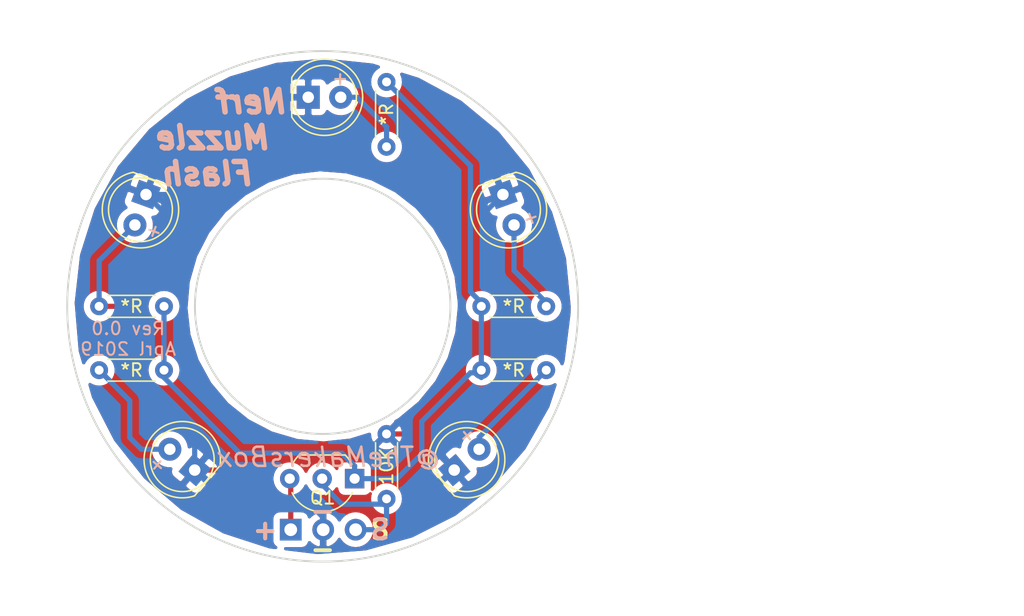
<source format=kicad_pcb>
(kicad_pcb (version 4) (host pcbnew 4.0.6)

  (general
    (links 19)
    (no_connects 0)
    (area 147.424999 67.424999 187.575001 107.575001)
    (thickness 1.6)
    (drawings 14)
    (tracks 74)
    (zones 0)
    (modules 13)
    (nets 10)
  )

  (page A4)
  (layers
    (0 F.Cu signal)
    (31 B.Cu signal)
    (32 B.Adhes user)
    (33 F.Adhes user)
    (34 B.Paste user)
    (35 F.Paste user)
    (36 B.SilkS user)
    (37 F.SilkS user)
    (38 B.Mask user)
    (39 F.Mask user)
    (40 Dwgs.User user)
    (41 Cmts.User user)
    (42 Eco1.User user)
    (43 Eco2.User user)
    (44 Edge.Cuts user)
    (45 Margin user)
    (46 B.CrtYd user)
    (47 F.CrtYd user)
    (48 B.Fab user)
    (49 F.Fab user)
  )

  (setup
    (last_trace_width 0.4064)
    (user_trace_width 0.4064)
    (trace_clearance 0.2)
    (zone_clearance 0.508)
    (zone_45_only no)
    (trace_min 0.2)
    (segment_width 0.2)
    (edge_width 0.15)
    (via_size 0.6)
    (via_drill 0.4)
    (via_min_size 0.4)
    (via_min_drill 0.3)
    (uvia_size 0.3)
    (uvia_drill 0.1)
    (uvias_allowed no)
    (uvia_min_size 0.2)
    (uvia_min_drill 0.1)
    (pcb_text_width 0.3)
    (pcb_text_size 1.5 1.5)
    (mod_edge_width 0.15)
    (mod_text_size 1 1)
    (mod_text_width 0.15)
    (pad_size 1.524 1.524)
    (pad_drill 0.762)
    (pad_to_mask_clearance 0)
    (aux_axis_origin 0 0)
    (visible_elements 7FFFFFFF)
    (pcbplotparams
      (layerselection 0x00030_80000001)
      (usegerberextensions false)
      (excludeedgelayer true)
      (linewidth 0.100000)
      (plotframeref false)
      (viasonmask false)
      (mode 1)
      (useauxorigin false)
      (hpglpennumber 1)
      (hpglpenspeed 20)
      (hpglpendiameter 15)
      (hpglpenoverlay 2)
      (psnegative false)
      (psa4output false)
      (plotreference true)
      (plotvalue true)
      (plotinvisibletext false)
      (padsonsilk false)
      (subtractmaskfromsilk false)
      (outputformat 1)
      (mirror false)
      (drillshape 1)
      (scaleselection 1)
      (outputdirectory ""))
  )

  (net 0 "")
  (net 1 "Net-(J1-Pad1)")
  (net 2 "Net-(D2-Pad2)")
  (net 3 GND)
  (net 4 "Net-(D1-Pad2)")
  (net 5 "Net-(D3-Pad2)")
  (net 6 "Net-(D4-Pad2)")
  (net 7 "Net-(D5-Pad2)")
  (net 8 "Net-(Q1-Pad1)")
  (net 9 "Net-(J1-Pad3)")

  (net_class Default "This is the default net class."
    (clearance 0.2)
    (trace_width 0.25)
    (via_dia 0.6)
    (via_drill 0.4)
    (uvia_dia 0.3)
    (uvia_drill 0.1)
    (add_net GND)
    (add_net "Net-(D1-Pad2)")
    (add_net "Net-(D2-Pad2)")
    (add_net "Net-(D3-Pad2)")
    (add_net "Net-(D4-Pad2)")
    (add_net "Net-(D5-Pad2)")
    (add_net "Net-(J1-Pad1)")
    (add_net "Net-(J1-Pad3)")
    (add_net "Net-(Q1-Pad1)")
  )

  (module Pin_Headers:Pin_Header_Straight_1x03_Pitch2.54mm (layer F.Cu) (tedit 5CABCF4D) (tstamp 5CABC7B1)
    (at 165 105 90)
    (descr "Through hole straight pin header, 1x03, 2.54mm pitch, single row")
    (tags "Through hole pin header THT 1x03 2.54mm single row")
    (path /5CABC6A6)
    (fp_text reference J1 (at 2 -2 180) (layer F.SilkS) hide
      (effects (font (size 1 1) (thickness 0.15)))
    )
    (fp_text value CONN_01X03 (at 0 7.41 90) (layer F.Fab)
      (effects (font (size 1 1) (thickness 0.15)))
    )
    (fp_line (start -1.8 -1.8) (end -1.8 6.85) (layer F.CrtYd) (width 0.05))
    (fp_line (start -1.8 6.85) (end 1.8 6.85) (layer F.CrtYd) (width 0.05))
    (fp_line (start 1.8 6.85) (end 1.8 -1.8) (layer F.CrtYd) (width 0.05))
    (fp_line (start 1.8 -1.8) (end -1.8 -1.8) (layer F.CrtYd) (width 0.05))
    (fp_text user %R (at 0 2.54 180) (layer F.Fab)
      (effects (font (size 1 1) (thickness 0.15)))
    )
    (pad 1 thru_hole rect (at 0 0 90) (size 1.7 1.7) (drill 1) (layers *.Cu *.Mask)
      (net 1 "Net-(J1-Pad1)"))
    (pad 2 thru_hole oval (at 0 2.54 90) (size 1.7 1.7) (drill 1) (layers *.Cu *.Mask)
      (net 3 GND))
    (pad 3 thru_hole oval (at 0 5.08 90) (size 1.7 1.7) (drill 1) (layers *.Cu *.Mask)
      (net 9 "Net-(J1-Pad3)"))
    (model ${KISYS3DMOD}/Pin_Headers.3dshapes/Pin_Header_Straight_1x03_Pitch2.54mm.wrl
      (at (xyz 0 -0.1 0))
      (scale (xyz 1 1 1))
      (rotate (xyz 0 0 90))
    )
  )

  (module TO_SOT_Packages_THT:TO-92_Inline_Wide (layer F.Cu) (tedit 5CABCF59) (tstamp 5CABC7C5)
    (at 170 101 180)
    (descr "TO-92 leads in-line, wide, drill 0.8mm (see NXP sot054_po.pdf)")
    (tags "to-92 sc-43 sc-43a sot54 PA33 transistor")
    (path /5CABD429)
    (fp_text reference Q1 (at 2.5 -1.5 360) (layer F.SilkS)
      (effects (font (size 1 1) (thickness 0.15)))
    )
    (fp_text value TN0702 (at 2.54 2.79 180) (layer F.Fab)
      (effects (font (size 1 1) (thickness 0.15)))
    )
    (fp_text user %R (at 2.54 -3.56 360) (layer F.Fab)
      (effects (font (size 1 1) (thickness 0.15)))
    )
    (fp_line (start 0.74 1.85) (end 4.34 1.85) (layer F.SilkS) (width 0.12))
    (fp_line (start 0.8 1.75) (end 4.3 1.75) (layer F.Fab) (width 0.1))
    (fp_line (start -1.01 -2.73) (end 6.09 -2.73) (layer F.CrtYd) (width 0.05))
    (fp_line (start -1.01 -2.73) (end -1.01 2.01) (layer F.CrtYd) (width 0.05))
    (fp_line (start 6.09 2.01) (end 6.09 -2.73) (layer F.CrtYd) (width 0.05))
    (fp_line (start 6.09 2.01) (end -1.01 2.01) (layer F.CrtYd) (width 0.05))
    (fp_arc (start 2.54 0) (end 0.74 1.85) (angle 20) (layer F.SilkS) (width 0.12))
    (fp_arc (start 2.54 0) (end 2.54 -2.6) (angle -65) (layer F.SilkS) (width 0.12))
    (fp_arc (start 2.54 0) (end 2.54 -2.6) (angle 65) (layer F.SilkS) (width 0.12))
    (fp_arc (start 2.54 0) (end 2.54 -2.48) (angle 135) (layer F.Fab) (width 0.1))
    (fp_arc (start 2.54 0) (end 2.54 -2.48) (angle -135) (layer F.Fab) (width 0.1))
    (fp_arc (start 2.54 0) (end 4.34 1.85) (angle -20) (layer F.SilkS) (width 0.12))
    (pad 2 thru_hole circle (at 2.54 0 270) (size 1.52 1.52) (drill 0.8) (layers *.Cu *.Mask)
      (net 9 "Net-(J1-Pad3)"))
    (pad 3 thru_hole circle (at 5.08 0 270) (size 1.52 1.52) (drill 0.8) (layers *.Cu *.Mask)
      (net 1 "Net-(J1-Pad1)"))
    (pad 1 thru_hole rect (at 0 0 270) (size 1.52 1.52) (drill 0.8) (layers *.Cu *.Mask)
      (net 8 "Net-(Q1-Pad1)"))
    (model ${KISYS3DMOD}/TO_SOT_Packages_THT.3dshapes/TO-92_Inline_Wide.wrl
      (at (xyz 0.1 0 0))
      (scale (xyz 1 1 1))
      (rotate (xyz 0 0 -90))
    )
  )

  (module footprints:R_Axial_P5.08mm (layer F.Cu) (tedit 5CA67B51) (tstamp 5CABC7E3)
    (at 172.5 97.5 270)
    (descr "Resistor, Axial_DIN0204 series, Axial, Horizontal, pin pitch=5.08mm, 0.16666666666666666W = 1/6W, length*diameter=3.6*1.6mm^2, http://cdn-reichelt.de/documents/datenblatt/B400/1_4W%23YAG.pdf")
    (tags "Resistor Axial_DIN0204 series Axial Horizontal pin pitch 5.08mm 0.16666666666666666W = 1/6W length 3.6mm diameter 1.6mm")
    (path /5CABCBFF)
    (fp_text reference R6 (at 2.54 -1.86 270) (layer F.Fab)
      (effects (font (size 1 1) (thickness 0.15)))
    )
    (fp_text value 10K (at 2.54 0 270) (layer F.SilkS)
      (effects (font (size 1 1) (thickness 0.15)))
    )
    (fp_line (start 0.74 -0.8) (end 0.74 0.8) (layer F.Fab) (width 0.1))
    (fp_line (start 0.74 0.8) (end 4.34 0.8) (layer F.Fab) (width 0.1))
    (fp_line (start 4.34 0.8) (end 4.34 -0.8) (layer F.Fab) (width 0.1))
    (fp_line (start 4.34 -0.8) (end 0.74 -0.8) (layer F.Fab) (width 0.1))
    (fp_line (start 0 0) (end 0.74 0) (layer F.Fab) (width 0.1))
    (fp_line (start 5.08 0) (end 4.34 0) (layer F.Fab) (width 0.1))
    (fp_line (start 0.68 -0.86) (end 4.4 -0.86) (layer F.SilkS) (width 0.12))
    (fp_line (start 0.68 0.86) (end 4.4 0.86) (layer F.SilkS) (width 0.12))
    (fp_line (start -0.95 -1.15) (end -0.95 1.15) (layer F.CrtYd) (width 0.05))
    (fp_line (start -0.95 1.15) (end 6.05 1.15) (layer F.CrtYd) (width 0.05))
    (fp_line (start 6.05 1.15) (end 6.05 -1.15) (layer F.CrtYd) (width 0.05))
    (fp_line (start 6.05 -1.15) (end -0.95 -1.15) (layer F.CrtYd) (width 0.05))
    (pad 1 thru_hole circle (at 0 0 270) (size 1.4 1.4) (drill 0.7) (layers *.Cu *.Mask)
      (net 3 GND))
    (pad 2 thru_hole oval (at 5.08 0 270) (size 1.4 1.4) (drill 0.7) (layers *.Cu *.Mask)
      (net 9 "Net-(J1-Pad3)"))
    (model ${KISYS3DMOD}/Resistors_THT.3dshapes/R_Axial_DIN0204_L3.6mm_D1.6mm_P5.08mm_Horizontal.wrl
      (at (xyz 0 0 0))
      (scale (xyz 0.393701 0.393701 0.393701))
      (rotate (xyz 0 0 0))
    )
  )

  (module footprints:R_Axial_P5.08mm (layer F.Cu) (tedit 5CA67B51) (tstamp 5CABC7DD)
    (at 150 87.5)
    (descr "Resistor, Axial_DIN0204 series, Axial, Horizontal, pin pitch=5.08mm, 0.16666666666666666W = 1/6W, length*diameter=3.6*1.6mm^2, http://cdn-reichelt.de/documents/datenblatt/B400/1_4W%23YAG.pdf")
    (tags "Resistor Axial_DIN0204 series Axial Horizontal pin pitch 5.08mm 0.16666666666666666W = 1/6W length 3.6mm diameter 1.6mm")
    (path /5CABBFBD)
    (fp_text reference R5 (at 2.54 -1.86) (layer F.Fab)
      (effects (font (size 1 1) (thickness 0.15)))
    )
    (fp_text value *R (at 2.54 0) (layer F.SilkS)
      (effects (font (size 1 1) (thickness 0.15)))
    )
    (fp_line (start 0.74 -0.8) (end 0.74 0.8) (layer F.Fab) (width 0.1))
    (fp_line (start 0.74 0.8) (end 4.34 0.8) (layer F.Fab) (width 0.1))
    (fp_line (start 4.34 0.8) (end 4.34 -0.8) (layer F.Fab) (width 0.1))
    (fp_line (start 4.34 -0.8) (end 0.74 -0.8) (layer F.Fab) (width 0.1))
    (fp_line (start 0 0) (end 0.74 0) (layer F.Fab) (width 0.1))
    (fp_line (start 5.08 0) (end 4.34 0) (layer F.Fab) (width 0.1))
    (fp_line (start 0.68 -0.86) (end 4.4 -0.86) (layer F.SilkS) (width 0.12))
    (fp_line (start 0.68 0.86) (end 4.4 0.86) (layer F.SilkS) (width 0.12))
    (fp_line (start -0.95 -1.15) (end -0.95 1.15) (layer F.CrtYd) (width 0.05))
    (fp_line (start -0.95 1.15) (end 6.05 1.15) (layer F.CrtYd) (width 0.05))
    (fp_line (start 6.05 1.15) (end 6.05 -1.15) (layer F.CrtYd) (width 0.05))
    (fp_line (start 6.05 -1.15) (end -0.95 -1.15) (layer F.CrtYd) (width 0.05))
    (pad 1 thru_hole circle (at 0 0) (size 1.4 1.4) (drill 0.7) (layers *.Cu *.Mask)
      (net 7 "Net-(D5-Pad2)"))
    (pad 2 thru_hole oval (at 5.08 0) (size 1.4 1.4) (drill 0.7) (layers *.Cu *.Mask)
      (net 8 "Net-(Q1-Pad1)"))
    (model ${KISYS3DMOD}/Resistors_THT.3dshapes/R_Axial_DIN0204_L3.6mm_D1.6mm_P5.08mm_Horizontal.wrl
      (at (xyz 0 0 0))
      (scale (xyz 0.393701 0.393701 0.393701))
      (rotate (xyz 0 0 0))
    )
  )

  (module footprints:R_Axial_P5.08mm (layer F.Cu) (tedit 5CABDBF1) (tstamp 5CABC7D7)
    (at 150 92.5)
    (descr "Resistor, Axial_DIN0204 series, Axial, Horizontal, pin pitch=5.08mm, 0.16666666666666666W = 1/6W, length*diameter=3.6*1.6mm^2, http://cdn-reichelt.de/documents/datenblatt/B400/1_4W%23YAG.pdf")
    (tags "Resistor Axial_DIN0204 series Axial Horizontal pin pitch 5.08mm 0.16666666666666666W = 1/6W length 3.6mm diameter 1.6mm")
    (path /5CABBEE9)
    (fp_text reference R4 (at 2.54 -1.86) (layer F.Fab)
      (effects (font (size 1 1) (thickness 0.15)))
    )
    (fp_text value *R (at 2.54 0) (layer F.SilkS)
      (effects (font (size 1 1) (thickness 0.15)))
    )
    (fp_line (start 0.74 -0.8) (end 0.74 0.8) (layer F.Fab) (width 0.1))
    (fp_line (start 0.74 0.8) (end 4.34 0.8) (layer F.Fab) (width 0.1))
    (fp_line (start 4.34 0.8) (end 4.34 -0.8) (layer F.Fab) (width 0.1))
    (fp_line (start 4.34 -0.8) (end 0.74 -0.8) (layer F.Fab) (width 0.1))
    (fp_line (start 0 0) (end 0.74 0) (layer F.Fab) (width 0.1))
    (fp_line (start 5.08 0) (end 4.34 0) (layer F.Fab) (width 0.1))
    (fp_line (start 0.68 -0.86) (end 4.4 -0.86) (layer F.SilkS) (width 0.12))
    (fp_line (start 0.68 0.86) (end 4.4 0.86) (layer F.SilkS) (width 0.12))
    (fp_line (start -0.95 -1.15) (end -0.95 1.15) (layer F.CrtYd) (width 0.05))
    (fp_line (start -0.95 1.15) (end 6.05 1.15) (layer F.CrtYd) (width 0.05))
    (fp_line (start 6.05 1.15) (end 6.05 -1.15) (layer F.CrtYd) (width 0.05))
    (fp_line (start 6.05 -1.15) (end -0.95 -1.15) (layer F.CrtYd) (width 0.05))
    (pad 1 thru_hole circle (at 0 0) (size 1.4 1.4) (drill 0.7) (layers *.Cu *.Mask)
      (net 6 "Net-(D4-Pad2)"))
    (pad 2 thru_hole oval (at 5.08 0) (size 1.4 1.4) (drill 0.7) (layers *.Cu *.Mask)
      (net 8 "Net-(Q1-Pad1)"))
    (model ${KISYS3DMOD}/Resistors_THT.3dshapes/R_Axial_DIN0204_L3.6mm_D1.6mm_P5.08mm_Horizontal.wrl
      (at (xyz 0 0 0))
      (scale (xyz 0.393701 0.393701 0.393701))
      (rotate (xyz 0 0 0))
    )
  )

  (module footprints:R_Axial_P5.08mm (layer F.Cu) (tedit 5CABDBF8) (tstamp 5CABC7D1)
    (at 185 92.5 180)
    (descr "Resistor, Axial_DIN0204 series, Axial, Horizontal, pin pitch=5.08mm, 0.16666666666666666W = 1/6W, length*diameter=3.6*1.6mm^2, http://cdn-reichelt.de/documents/datenblatt/B400/1_4W%23YAG.pdf")
    (tags "Resistor Axial_DIN0204 series Axial Horizontal pin pitch 5.08mm 0.16666666666666666W = 1/6W length 3.6mm diameter 1.6mm")
    (path /5CABBEDB)
    (fp_text reference R3 (at 2.54 -1.86 180) (layer F.Fab)
      (effects (font (size 1 1) (thickness 0.15)))
    )
    (fp_text value *R (at 2.54 0 180) (layer F.SilkS)
      (effects (font (size 1 1) (thickness 0.15)))
    )
    (fp_line (start 0.74 -0.8) (end 0.74 0.8) (layer F.Fab) (width 0.1))
    (fp_line (start 0.74 0.8) (end 4.34 0.8) (layer F.Fab) (width 0.1))
    (fp_line (start 4.34 0.8) (end 4.34 -0.8) (layer F.Fab) (width 0.1))
    (fp_line (start 4.34 -0.8) (end 0.74 -0.8) (layer F.Fab) (width 0.1))
    (fp_line (start 0 0) (end 0.74 0) (layer F.Fab) (width 0.1))
    (fp_line (start 5.08 0) (end 4.34 0) (layer F.Fab) (width 0.1))
    (fp_line (start 0.68 -0.86) (end 4.4 -0.86) (layer F.SilkS) (width 0.12))
    (fp_line (start 0.68 0.86) (end 4.4 0.86) (layer F.SilkS) (width 0.12))
    (fp_line (start -0.95 -1.15) (end -0.95 1.15) (layer F.CrtYd) (width 0.05))
    (fp_line (start -0.95 1.15) (end 6.05 1.15) (layer F.CrtYd) (width 0.05))
    (fp_line (start 6.05 1.15) (end 6.05 -1.15) (layer F.CrtYd) (width 0.05))
    (fp_line (start 6.05 -1.15) (end -0.95 -1.15) (layer F.CrtYd) (width 0.05))
    (pad 1 thru_hole circle (at 0 0 180) (size 1.4 1.4) (drill 0.7) (layers *.Cu *.Mask)
      (net 5 "Net-(D3-Pad2)"))
    (pad 2 thru_hole oval (at 5.08 0 180) (size 1.4 1.4) (drill 0.7) (layers *.Cu *.Mask)
      (net 8 "Net-(Q1-Pad1)"))
    (model ${KISYS3DMOD}/Resistors_THT.3dshapes/R_Axial_DIN0204_L3.6mm_D1.6mm_P5.08mm_Horizontal.wrl
      (at (xyz 0 0 0))
      (scale (xyz 0.393701 0.393701 0.393701))
      (rotate (xyz 0 0 0))
    )
  )

  (module footprints:R_Axial_P5.08mm (layer F.Cu) (tedit 5CA67B51) (tstamp 5CABC7CB)
    (at 172.5 75 90)
    (descr "Resistor, Axial_DIN0204 series, Axial, Horizontal, pin pitch=5.08mm, 0.16666666666666666W = 1/6W, length*diameter=3.6*1.6mm^2, http://cdn-reichelt.de/documents/datenblatt/B400/1_4W%23YAG.pdf")
    (tags "Resistor Axial_DIN0204 series Axial Horizontal pin pitch 5.08mm 0.16666666666666666W = 1/6W length 3.6mm diameter 1.6mm")
    (path /5CABBDFE)
    (fp_text reference R1 (at 2.54 -1.86 90) (layer F.Fab)
      (effects (font (size 1 1) (thickness 0.15)))
    )
    (fp_text value *R (at 2.54 0 90) (layer F.SilkS)
      (effects (font (size 1 1) (thickness 0.15)))
    )
    (fp_line (start 0.74 -0.8) (end 0.74 0.8) (layer F.Fab) (width 0.1))
    (fp_line (start 0.74 0.8) (end 4.34 0.8) (layer F.Fab) (width 0.1))
    (fp_line (start 4.34 0.8) (end 4.34 -0.8) (layer F.Fab) (width 0.1))
    (fp_line (start 4.34 -0.8) (end 0.74 -0.8) (layer F.Fab) (width 0.1))
    (fp_line (start 0 0) (end 0.74 0) (layer F.Fab) (width 0.1))
    (fp_line (start 5.08 0) (end 4.34 0) (layer F.Fab) (width 0.1))
    (fp_line (start 0.68 -0.86) (end 4.4 -0.86) (layer F.SilkS) (width 0.12))
    (fp_line (start 0.68 0.86) (end 4.4 0.86) (layer F.SilkS) (width 0.12))
    (fp_line (start -0.95 -1.15) (end -0.95 1.15) (layer F.CrtYd) (width 0.05))
    (fp_line (start -0.95 1.15) (end 6.05 1.15) (layer F.CrtYd) (width 0.05))
    (fp_line (start 6.05 1.15) (end 6.05 -1.15) (layer F.CrtYd) (width 0.05))
    (fp_line (start 6.05 -1.15) (end -0.95 -1.15) (layer F.CrtYd) (width 0.05))
    (pad 1 thru_hole circle (at 0 0 90) (size 1.4 1.4) (drill 0.7) (layers *.Cu *.Mask)
      (net 4 "Net-(D1-Pad2)"))
    (pad 2 thru_hole oval (at 5.08 0 90) (size 1.4 1.4) (drill 0.7) (layers *.Cu *.Mask)
      (net 8 "Net-(Q1-Pad1)"))
    (model ${KISYS3DMOD}/Resistors_THT.3dshapes/R_Axial_DIN0204_L3.6mm_D1.6mm_P5.08mm_Horizontal.wrl
      (at (xyz 0 0 0))
      (scale (xyz 0.393701 0.393701 0.393701))
      (rotate (xyz 0 0 0))
    )
  )

  (module footprints:R_Axial_P5.08mm (layer F.Cu) (tedit 5CA67B51) (tstamp 5CA67B27)
    (at 185 87.5 180)
    (descr "Resistor, Axial_DIN0204 series, Axial, Horizontal, pin pitch=5.08mm, 0.16666666666666666W = 1/6W, length*diameter=3.6*1.6mm^2, http://cdn-reichelt.de/documents/datenblatt/B400/1_4W%23YAG.pdf")
    (tags "Resistor Axial_DIN0204 series Axial Horizontal pin pitch 5.08mm 0.16666666666666666W = 1/6W length 3.6mm diameter 1.6mm")
    (path /5CA67CC7)
    (fp_text reference R2 (at 2.54 -1.86 180) (layer F.Fab)
      (effects (font (size 1 1) (thickness 0.15)))
    )
    (fp_text value *R (at 2.54 0 180) (layer F.SilkS)
      (effects (font (size 1 1) (thickness 0.15)))
    )
    (fp_line (start 0.74 -0.8) (end 0.74 0.8) (layer F.Fab) (width 0.1))
    (fp_line (start 0.74 0.8) (end 4.34 0.8) (layer F.Fab) (width 0.1))
    (fp_line (start 4.34 0.8) (end 4.34 -0.8) (layer F.Fab) (width 0.1))
    (fp_line (start 4.34 -0.8) (end 0.74 -0.8) (layer F.Fab) (width 0.1))
    (fp_line (start 0 0) (end 0.74 0) (layer F.Fab) (width 0.1))
    (fp_line (start 5.08 0) (end 4.34 0) (layer F.Fab) (width 0.1))
    (fp_line (start 0.68 -0.86) (end 4.4 -0.86) (layer F.SilkS) (width 0.12))
    (fp_line (start 0.68 0.86) (end 4.4 0.86) (layer F.SilkS) (width 0.12))
    (fp_line (start -0.95 -1.15) (end -0.95 1.15) (layer F.CrtYd) (width 0.05))
    (fp_line (start -0.95 1.15) (end 6.05 1.15) (layer F.CrtYd) (width 0.05))
    (fp_line (start 6.05 1.15) (end 6.05 -1.15) (layer F.CrtYd) (width 0.05))
    (fp_line (start 6.05 -1.15) (end -0.95 -1.15) (layer F.CrtYd) (width 0.05))
    (pad 1 thru_hole circle (at 0 0 180) (size 1.4 1.4) (drill 0.7) (layers *.Cu *.Mask)
      (net 2 "Net-(D2-Pad2)"))
    (pad 2 thru_hole oval (at 5.08 0 180) (size 1.4 1.4) (drill 0.7) (layers *.Cu *.Mask)
      (net 8 "Net-(Q1-Pad1)"))
    (model ${KISYS3DMOD}/Resistors_THT.3dshapes/R_Axial_DIN0204_L3.6mm_D1.6mm_P5.08mm_Horizontal.wrl
      (at (xyz 0 0 0))
      (scale (xyz 0.393701 0.393701 0.393701))
      (rotate (xyz 0 0 0))
    )
  )

  (module footprints:LED_D5.0mm (layer F.Cu) (tedit 5CABD0CD) (tstamp 5CABC7AA)
    (at 153.67 78.74 250)
    (descr "LED, diameter 5.0mm, 2 pins, http://cdn-reichelt.de/documents/datenblatt/A500/LL-504BC2E-009.pdf")
    (tags "LED diameter 5.0mm 2 pins")
    (path /5CABBFB7)
    (fp_text reference D5 (at 1.27 -3.96 250) (layer F.SilkS) hide
      (effects (font (size 1 1) (thickness 0.15)))
    )
    (fp_text value LED (at 1.27 3.96 250) (layer F.Fab)
      (effects (font (size 1 1) (thickness 0.15)))
    )
    (fp_text user + (at 2.5 -1.5 250) (layer B.SilkS)
      (effects (font (size 1 1) (thickness 0.15)) (justify mirror))
    )
    (fp_text user + (at 2.5 -1.5 250) (layer F.SilkS)
      (effects (font (size 1 1) (thickness 0.15)))
    )
    (fp_arc (start 1.27 0) (end -1.23 -1.469694) (angle 299.1) (layer F.Fab) (width 0.1))
    (fp_arc (start 1.27 0) (end -1.29 -1.54483) (angle 148.9) (layer F.SilkS) (width 0.12))
    (fp_arc (start 1.27 0) (end -1.29 1.54483) (angle -148.9) (layer F.SilkS) (width 0.12))
    (fp_circle (center 1.27 0) (end 3.77 0) (layer F.Fab) (width 0.1))
    (fp_circle (center 1.27 0) (end 3.77 0) (layer F.SilkS) (width 0.12))
    (fp_line (start -1.23 -1.469694) (end -1.23 1.469694) (layer F.Fab) (width 0.1))
    (fp_line (start -1.29 -1.545) (end -1.29 1.545) (layer F.SilkS) (width 0.12))
    (fp_line (start -1.95 -3.25) (end -1.95 3.25) (layer F.CrtYd) (width 0.05))
    (fp_line (start -1.95 3.25) (end 4.5 3.25) (layer F.CrtYd) (width 0.05))
    (fp_line (start 4.5 3.25) (end 4.5 -3.25) (layer F.CrtYd) (width 0.05))
    (fp_line (start 4.5 -3.25) (end -1.95 -3.25) (layer F.CrtYd) (width 0.05))
    (fp_text user %R (at 1.25 0 250) (layer F.Fab)
      (effects (font (size 0.8 0.8) (thickness 0.2)))
    )
    (pad 1 thru_hole rect (at 0 0 250) (size 1.8 1.8) (drill 0.9) (layers *.Cu *.Mask)
      (net 3 GND))
    (pad 2 thru_hole circle (at 2.54 0 250) (size 1.8 1.8) (drill 0.9) (layers *.Cu *.Mask)
      (net 7 "Net-(D5-Pad2)"))
    (model ${KISYS3DMOD}/LEDs.3dshapes/LED_D5.0mm.wrl
      (at (xyz 0 0 -0.1))
      (scale (xyz 0.393701 0.393701 0.393701))
      (rotate (xyz 0 0 0))
    )
  )

  (module footprints:LED_D5.0mm (layer F.Cu) (tedit 5CABD0CD) (tstamp 5CABC7A4)
    (at 157.48 100.33 140)
    (descr "LED, diameter 5.0mm, 2 pins, http://cdn-reichelt.de/documents/datenblatt/A500/LL-504BC2E-009.pdf")
    (tags "LED diameter 5.0mm 2 pins")
    (path /5CABBEE3)
    (fp_text reference D4 (at 1.27 -3.96 140) (layer F.SilkS) hide
      (effects (font (size 1 1) (thickness 0.15)))
    )
    (fp_text value LED (at 1.27 3.96 140) (layer F.Fab)
      (effects (font (size 1 1) (thickness 0.15)))
    )
    (fp_text user + (at 2.5 -1.5 140) (layer B.SilkS)
      (effects (font (size 1 1) (thickness 0.15)) (justify mirror))
    )
    (fp_text user + (at 2.5 -1.5 140) (layer F.SilkS)
      (effects (font (size 1 1) (thickness 0.15)))
    )
    (fp_arc (start 1.27 0) (end -1.23 -1.469694) (angle 299.1) (layer F.Fab) (width 0.1))
    (fp_arc (start 1.27 0) (end -1.29 -1.54483) (angle 148.9) (layer F.SilkS) (width 0.12))
    (fp_arc (start 1.27 0) (end -1.29 1.54483) (angle -148.9) (layer F.SilkS) (width 0.12))
    (fp_circle (center 1.27 0) (end 3.77 0) (layer F.Fab) (width 0.1))
    (fp_circle (center 1.27 0) (end 3.77 0) (layer F.SilkS) (width 0.12))
    (fp_line (start -1.23 -1.469694) (end -1.23 1.469694) (layer F.Fab) (width 0.1))
    (fp_line (start -1.29 -1.545) (end -1.29 1.545) (layer F.SilkS) (width 0.12))
    (fp_line (start -1.95 -3.25) (end -1.95 3.25) (layer F.CrtYd) (width 0.05))
    (fp_line (start -1.95 3.25) (end 4.5 3.25) (layer F.CrtYd) (width 0.05))
    (fp_line (start 4.5 3.25) (end 4.5 -3.25) (layer F.CrtYd) (width 0.05))
    (fp_line (start 4.5 -3.25) (end -1.95 -3.25) (layer F.CrtYd) (width 0.05))
    (fp_text user %R (at 1.25 0 140) (layer F.Fab)
      (effects (font (size 0.8 0.8) (thickness 0.2)))
    )
    (pad 1 thru_hole rect (at 0 0 140) (size 1.8 1.8) (drill 0.9) (layers *.Cu *.Mask)
      (net 3 GND))
    (pad 2 thru_hole circle (at 2.54 0 140) (size 1.8 1.8) (drill 0.9) (layers *.Cu *.Mask)
      (net 6 "Net-(D4-Pad2)"))
    (model ${KISYS3DMOD}/LEDs.3dshapes/LED_D5.0mm.wrl
      (at (xyz 0 0 -0.1))
      (scale (xyz 0.393701 0.393701 0.393701))
      (rotate (xyz 0 0 0))
    )
  )

  (module footprints:LED_D5.0mm (layer F.Cu) (tedit 5CABD0CD) (tstamp 5CABC79E)
    (at 177.8 100.33 40)
    (descr "LED, diameter 5.0mm, 2 pins, http://cdn-reichelt.de/documents/datenblatt/A500/LL-504BC2E-009.pdf")
    (tags "LED diameter 5.0mm 2 pins")
    (path /5CABBED5)
    (fp_text reference D3 (at 1.27 -3.96 40) (layer F.SilkS) hide
      (effects (font (size 1 1) (thickness 0.15)))
    )
    (fp_text value LED (at 1.27 3.96 40) (layer F.Fab)
      (effects (font (size 1 1) (thickness 0.15)))
    )
    (fp_text user + (at 2.5 -1.5 40) (layer B.SilkS)
      (effects (font (size 1 1) (thickness 0.15)) (justify mirror))
    )
    (fp_text user + (at 2.5 -1.5 40) (layer F.SilkS)
      (effects (font (size 1 1) (thickness 0.15)))
    )
    (fp_arc (start 1.27 0) (end -1.23 -1.469694) (angle 299.1) (layer F.Fab) (width 0.1))
    (fp_arc (start 1.27 0) (end -1.29 -1.54483) (angle 148.9) (layer F.SilkS) (width 0.12))
    (fp_arc (start 1.27 0) (end -1.29 1.54483) (angle -148.9) (layer F.SilkS) (width 0.12))
    (fp_circle (center 1.27 0) (end 3.77 0) (layer F.Fab) (width 0.1))
    (fp_circle (center 1.27 0) (end 3.77 0) (layer F.SilkS) (width 0.12))
    (fp_line (start -1.23 -1.469694) (end -1.23 1.469694) (layer F.Fab) (width 0.1))
    (fp_line (start -1.29 -1.545) (end -1.29 1.545) (layer F.SilkS) (width 0.12))
    (fp_line (start -1.95 -3.25) (end -1.95 3.25) (layer F.CrtYd) (width 0.05))
    (fp_line (start -1.95 3.25) (end 4.5 3.25) (layer F.CrtYd) (width 0.05))
    (fp_line (start 4.5 3.25) (end 4.5 -3.25) (layer F.CrtYd) (width 0.05))
    (fp_line (start 4.5 -3.25) (end -1.95 -3.25) (layer F.CrtYd) (width 0.05))
    (fp_text user %R (at 1.25 0 40) (layer F.Fab)
      (effects (font (size 0.8 0.8) (thickness 0.2)))
    )
    (pad 1 thru_hole rect (at 0 0 40) (size 1.8 1.8) (drill 0.9) (layers *.Cu *.Mask)
      (net 3 GND))
    (pad 2 thru_hole circle (at 2.54 0 40) (size 1.8 1.8) (drill 0.9) (layers *.Cu *.Mask)
      (net 5 "Net-(D3-Pad2)"))
    (model ${KISYS3DMOD}/LEDs.3dshapes/LED_D5.0mm.wrl
      (at (xyz 0 0 -0.1))
      (scale (xyz 0.393701 0.393701 0.393701))
      (rotate (xyz 0 0 0))
    )
  )

  (module footprints:LED_D5.0mm (layer F.Cu) (tedit 5CABD0CD) (tstamp 5CA67B39)
    (at 181.61 78.74 290)
    (descr "LED, diameter 5.0mm, 2 pins, http://cdn-reichelt.de/documents/datenblatt/A500/LL-504BC2E-009.pdf")
    (tags "LED diameter 5.0mm 2 pins")
    (path /5CA67C4A)
    (fp_text reference D2 (at 1.27 -3.96 290) (layer F.SilkS) hide
      (effects (font (size 1 1) (thickness 0.15)))
    )
    (fp_text value LED (at 1.27 3.96 290) (layer F.Fab)
      (effects (font (size 1 1) (thickness 0.15)))
    )
    (fp_text user + (at 2.5 -1.5 290) (layer B.SilkS)
      (effects (font (size 1 1) (thickness 0.15)) (justify mirror))
    )
    (fp_text user + (at 2.5 -1.5 290) (layer F.SilkS)
      (effects (font (size 1 1) (thickness 0.15)))
    )
    (fp_arc (start 1.27 0) (end -1.23 -1.469694) (angle 299.1) (layer F.Fab) (width 0.1))
    (fp_arc (start 1.27 0) (end -1.29 -1.54483) (angle 148.9) (layer F.SilkS) (width 0.12))
    (fp_arc (start 1.27 0) (end -1.29 1.54483) (angle -148.9) (layer F.SilkS) (width 0.12))
    (fp_circle (center 1.27 0) (end 3.77 0) (layer F.Fab) (width 0.1))
    (fp_circle (center 1.27 0) (end 3.77 0) (layer F.SilkS) (width 0.12))
    (fp_line (start -1.23 -1.469694) (end -1.23 1.469694) (layer F.Fab) (width 0.1))
    (fp_line (start -1.29 -1.545) (end -1.29 1.545) (layer F.SilkS) (width 0.12))
    (fp_line (start -1.95 -3.25) (end -1.95 3.25) (layer F.CrtYd) (width 0.05))
    (fp_line (start -1.95 3.25) (end 4.5 3.25) (layer F.CrtYd) (width 0.05))
    (fp_line (start 4.5 3.25) (end 4.5 -3.25) (layer F.CrtYd) (width 0.05))
    (fp_line (start 4.5 -3.25) (end -1.95 -3.25) (layer F.CrtYd) (width 0.05))
    (fp_text user %R (at 1.25 0 290) (layer F.Fab)
      (effects (font (size 0.8 0.8) (thickness 0.2)))
    )
    (pad 1 thru_hole rect (at 0 0 290) (size 1.8 1.8) (drill 0.9) (layers *.Cu *.Mask)
      (net 3 GND))
    (pad 2 thru_hole circle (at 2.54 0 290) (size 1.8 1.8) (drill 0.9) (layers *.Cu *.Mask)
      (net 2 "Net-(D2-Pad2)"))
    (model ${KISYS3DMOD}/LEDs.3dshapes/LED_D5.0mm.wrl
      (at (xyz 0 0 -0.1))
      (scale (xyz 0.393701 0.393701 0.393701))
      (rotate (xyz 0 0 0))
    )
  )

  (module footprints:LED_D5.0mm (layer F.Cu) (tedit 5CABD0CD) (tstamp 5CABC798)
    (at 166.37 71.12)
    (descr "LED, diameter 5.0mm, 2 pins, http://cdn-reichelt.de/documents/datenblatt/A500/LL-504BC2E-009.pdf")
    (tags "LED diameter 5.0mm 2 pins")
    (path /5CABBDF8)
    (fp_text reference D1 (at 1.27 -3.96) (layer F.SilkS) hide
      (effects (font (size 1 1) (thickness 0.15)))
    )
    (fp_text value LED (at 1.27 3.96) (layer F.Fab)
      (effects (font (size 1 1) (thickness 0.15)))
    )
    (fp_text user + (at 2.5 -1.5) (layer B.SilkS)
      (effects (font (size 1 1) (thickness 0.15)) (justify mirror))
    )
    (fp_text user + (at 2.5 -1.5) (layer F.SilkS)
      (effects (font (size 1 1) (thickness 0.15)))
    )
    (fp_arc (start 1.27 0) (end -1.23 -1.469694) (angle 299.1) (layer F.Fab) (width 0.1))
    (fp_arc (start 1.27 0) (end -1.29 -1.54483) (angle 148.9) (layer F.SilkS) (width 0.12))
    (fp_arc (start 1.27 0) (end -1.29 1.54483) (angle -148.9) (layer F.SilkS) (width 0.12))
    (fp_circle (center 1.27 0) (end 3.77 0) (layer F.Fab) (width 0.1))
    (fp_circle (center 1.27 0) (end 3.77 0) (layer F.SilkS) (width 0.12))
    (fp_line (start -1.23 -1.469694) (end -1.23 1.469694) (layer F.Fab) (width 0.1))
    (fp_line (start -1.29 -1.545) (end -1.29 1.545) (layer F.SilkS) (width 0.12))
    (fp_line (start -1.95 -3.25) (end -1.95 3.25) (layer F.CrtYd) (width 0.05))
    (fp_line (start -1.95 3.25) (end 4.5 3.25) (layer F.CrtYd) (width 0.05))
    (fp_line (start 4.5 3.25) (end 4.5 -3.25) (layer F.CrtYd) (width 0.05))
    (fp_line (start 4.5 -3.25) (end -1.95 -3.25) (layer F.CrtYd) (width 0.05))
    (fp_text user %R (at 1.25 0) (layer F.Fab)
      (effects (font (size 0.8 0.8) (thickness 0.2)))
    )
    (pad 1 thru_hole rect (at 0 0) (size 1.8 1.8) (drill 0.9) (layers *.Cu *.Mask)
      (net 3 GND))
    (pad 2 thru_hole circle (at 2.54 0) (size 1.8 1.8) (drill 0.9) (layers *.Cu *.Mask)
      (net 4 "Net-(D1-Pad2)"))
    (model ${KISYS3DMOD}/LEDs.3dshapes/LED_D5.0mm.wrl
      (at (xyz 0 0 -0.1))
      (scale (xyz 0.393701 0.393701 0.393701))
      (rotate (xyz 0 0 0))
    )
  )

  (gr_text @TheMakersBox (at 168.021 99.314) (layer B.SilkS)
    (effects (font (size 1.5 1.5) (thickness 0.2) italic) (justify mirror))
  )
  (gr_text "*R based on 3Vf, 20mA:\n  - 3.7V (1S) = 39 ohm\n  - 4.5V (3AA) = 82 ohm\n  - 7.2V (2S) = 220 ohm \n  - 11V (3S) = 470 ohm" (at 195.453 74.168) (layer Dwgs.User)
    (effects (font (size 1.25 1.25) (thickness 0.3)) (justify left))
  )
  (gr_text S (at 172 105) (layer B.SilkS)
    (effects (font (size 1.5 1.5) (thickness 0.3)) (justify mirror))
  )
  (gr_text - (at 167.5 103.5) (layer B.SilkS)
    (effects (font (size 1.5 1.5) (thickness 0.3)) (justify mirror))
  )
  (gr_text + (at 163 105) (layer B.SilkS)
    (effects (font (size 1.5 1.5) (thickness 0.3)) (justify mirror))
  )
  (gr_text "Rev 0.0\nAprl 2019" (at 152.273 90.043) (layer B.SilkS)
    (effects (font (size 1 1) (thickness 0.15)) (justify mirror))
  )
  (gr_text "Nerf\n Muzzle\n  Flash" (at 164.973 74.295) (layer B.SilkS)
    (effects (font (size 1.75 1.75) (thickness 0.4375) italic) (justify left mirror))
  )
  (gr_text - (at 167.5 106.5) (layer F.SilkS)
    (effects (font (size 1.5 1.5) (thickness 0.3)))
  )
  (gr_text S (at 172 105) (layer F.SilkS)
    (effects (font (size 1.5 1.5) (thickness 0.3)))
  )
  (gr_text + (at 163 105) (layer F.SilkS)
    (effects (font (size 1.5 1.5) (thickness 0.3)))
  )
  (gr_circle (center 167.5 87.5) (end 157.5 87.5) (layer Edge.Cuts) (width 0.15))
  (gr_circle (center 167.5 87.5) (end 187.5 87.5) (layer Edge.Cuts) (width 0.15))
  (gr_line (start 167.5 75) (end 167.5 95) (angle 90) (layer Dwgs.User) (width 0.2))
  (dimension 40 (width 0.3) (layer Dwgs.User)
    (gr_text "40.000 mm" (at 167.5 86.15) (layer Dwgs.User)
      (effects (font (size 1.5 1.5) (thickness 0.3)))
    )
    (feature1 (pts (xy 187.5 92.5) (xy 187.5 84.8)))
    (feature2 (pts (xy 147.5 92.5) (xy 147.5 84.8)))
    (crossbar (pts (xy 147.5 87.5) (xy 187.5 87.5)))
    (arrow1a (pts (xy 187.5 87.5) (xy 186.373496 88.086421)))
    (arrow1b (pts (xy 187.5 87.5) (xy 186.373496 86.913579)))
    (arrow2a (pts (xy 147.5 87.5) (xy 148.626504 88.086421)))
    (arrow2b (pts (xy 147.5 87.5) (xy 148.626504 86.913579)))
  )

  (segment (start 165 105) (end 165 101.08) (width 0.4064) (layer F.Cu) (net 1))
  (segment (start 165 101.08) (end 164.92 101) (width 0.4064) (layer F.Cu) (net 1) (tstamp 5CACADF4))
  (segment (start 165 101.08) (end 164.92 101) (width 0.4064) (layer B.Cu) (net 1) (tstamp 5CABCEF1))
  (segment (start 185 87.5) (end 185 87.21) (width 0.4064) (layer B.Cu) (net 2))
  (segment (start 185 87.21) (end 182.478731 84.688731) (width 0.4064) (layer B.Cu) (net 2) (tstamp 5CACADB9))
  (segment (start 182.478731 84.688731) (end 182.478731 81.126819) (width 0.4064) (layer B.Cu) (net 2) (tstamp 5CACADBA))
  (segment (start 152.4 92.71) (end 152.4 86.36) (width 0.4064) (layer B.Cu) (net 3))
  (segment (start 157.48 97.79) (end 152.4 92.71) (width 0.4064) (layer B.Cu) (net 3) (tstamp 5CACADE7))
  (segment (start 157.48 100.33) (end 157.48 97.79) (width 0.4064) (layer B.Cu) (net 3))
  (segment (start 154.94 80.01) (end 153.67 78.74) (width 0.4064) (layer B.Cu) (net 3) (tstamp 5CACAEEB))
  (segment (start 154.94 83.82) (end 154.94 80.01) (width 0.4064) (layer B.Cu) (net 3) (tstamp 5CACAEE8))
  (segment (start 152.4 86.36) (end 154.94 83.82) (width 0.4064) (layer B.Cu) (net 3) (tstamp 5CACAEE6))
  (segment (start 166.37 71.12) (end 163.83 71.12) (width 0.4064) (layer B.Cu) (net 3))
  (segment (start 163.83 71.12) (end 156.21 78.74) (width 0.4064) (layer B.Cu) (net 3) (tstamp 5CACAEDA))
  (segment (start 156.21 78.74) (end 153.67 78.74) (width 0.4064) (layer B.Cu) (net 3) (tstamp 5CACAEDC))
  (segment (start 177.8 100.33) (end 176.53 99.06) (width 0.4064) (layer B.Cu) (net 3))
  (segment (start 180.34 80.01) (end 181.61 78.74) (width 0.4064) (layer B.Cu) (net 3) (tstamp 5CACAE80))
  (segment (start 180.34 85.09) (end 180.34 80.01) (width 0.4064) (layer B.Cu) (net 3) (tstamp 5CACAE7E))
  (segment (start 182.88 87.63) (end 180.34 85.09) (width 0.4064) (layer B.Cu) (net 3) (tstamp 5CACAE7C))
  (segment (start 182.88 92.71) (end 182.88 87.63) (width 0.4064) (layer B.Cu) (net 3) (tstamp 5CACAE7A))
  (segment (start 180.34 95.25) (end 182.88 92.71) (width 0.4064) (layer B.Cu) (net 3) (tstamp 5CACAE78))
  (segment (start 177.8 95.25) (end 180.34 95.25) (width 0.4064) (layer B.Cu) (net 3) (tstamp 5CACAE77))
  (segment (start 176.53 96.52) (end 177.8 95.25) (width 0.4064) (layer B.Cu) (net 3) (tstamp 5CACAE75))
  (segment (start 176.53 99.06) (end 176.53 96.52) (width 0.4064) (layer B.Cu) (net 3) (tstamp 5CACAE71))
  (segment (start 172.5 97.5) (end 174.97 97.5) (width 0.4064) (layer F.Cu) (net 3))
  (segment (start 174.97 97.5) (end 177.8 100.33) (width 0.4064) (layer F.Cu) (net 3) (tstamp 5CACAE13))
  (segment (start 157.48 100.33) (end 161.29 100.33) (width 0.4064) (layer F.Cu) (net 3))
  (segment (start 170.94 99.06) (end 172.5 97.5) (width 0.4064) (layer F.Cu) (net 3) (tstamp 5CACAE08))
  (segment (start 162.56 99.06) (end 170.94 99.06) (width 0.4064) (layer F.Cu) (net 3) (tstamp 5CACAE06))
  (segment (start 161.29 100.33) (end 162.56 99.06) (width 0.4064) (layer F.Cu) (net 3) (tstamp 5CACAE05))
  (segment (start 167.54 105) (end 167.54 104.04) (width 0.4064) (layer B.Cu) (net 3))
  (segment (start 160.02 102.87) (end 157.48 100.33) (width 0.4064) (layer B.Cu) (net 3) (tstamp 5CACADEE))
  (segment (start 166.37 102.87) (end 160.02 102.87) (width 0.4064) (layer B.Cu) (net 3) (tstamp 5CACADED))
  (segment (start 167.54 104.04) (end 166.37 102.87) (width 0.4064) (layer B.Cu) (net 3) (tstamp 5CACADEC))
  (segment (start 167.54 105) (end 167.54 104.54) (width 0.4064) (layer F.Cu) (net 3))
  (segment (start 172.5 75) (end 172.5 73.44) (width 0.4064) (layer B.Cu) (net 4))
  (segment (start 170.18 71.12) (end 168.91 71.12) (width 0.4064) (layer B.Cu) (net 4) (tstamp 5CACAE5D))
  (segment (start 172.5 73.44) (end 170.18 71.12) (width 0.4064) (layer B.Cu) (net 4) (tstamp 5CACAE5C))
  (segment (start 179.745753 98.697319) (end 179.745753 97.754247) (width 0.4064) (layer B.Cu) (net 5))
  (segment (start 179.745753 97.754247) (end 185 92.5) (width 0.4064) (layer B.Cu) (net 5) (tstamp 5CACADB3))
  (segment (start 155.534247 98.697319) (end 153.307319 98.697319) (width 0.4064) (layer B.Cu) (net 6))
  (segment (start 152.4 94.9) (end 150 92.5) (width 0.4064) (layer B.Cu) (net 6) (tstamp 5CACADE2))
  (segment (start 152.4 97.79) (end 152.4 94.9) (width 0.4064) (layer B.Cu) (net 6) (tstamp 5CACADE1))
  (segment (start 153.307319 98.697319) (end 152.4 97.79) (width 0.4064) (layer B.Cu) (net 6) (tstamp 5CACADE0))
  (segment (start 150 87.5) (end 150 83.928088) (width 0.4064) (layer B.Cu) (net 7))
  (segment (start 150 83.928088) (end 152.801269 81.126819) (width 0.4064) (layer B.Cu) (net 7) (tstamp 5CACAEE0))
  (segment (start 150 87.5) (end 151.26 87.5) (width 0.4064) (layer F.Cu) (net 7))
  (segment (start 173.32 101) (end 175.26 99.06) (width 0.4064) (layer B.Cu) (net 8))
  (segment (start 170 101) (end 173.32 101) (width 0.4064) (layer B.Cu) (net 8))
  (segment (start 179.07 92.71) (end 179.71 92.71) (width 0.4064) (layer B.Cu) (net 8) (tstamp 5CACAE94))
  (segment (start 177.8 93.98) (end 179.07 92.71) (width 0.4064) (layer B.Cu) (net 8) (tstamp 5CACAE93))
  (segment (start 175.26 96.52) (end 177.8 93.98) (width 0.4064) (layer B.Cu) (net 8) (tstamp 5CACAE92))
  (segment (start 175.26 99.06) (end 175.26 96.52) (width 0.4064) (layer B.Cu) (net 8) (tstamp 5CACAE90))
  (segment (start 179.71 92.71) (end 179.92 92.5) (width 0.4064) (layer B.Cu) (net 8) (tstamp 5CACAE96))
  (segment (start 179.92 87.5) (end 179.92 87.21) (width 0.4064) (layer B.Cu) (net 8))
  (segment (start 179.92 87.21) (end 179.07 86.36) (width 0.4064) (layer B.Cu) (net 8) (tstamp 5CACAE83))
  (segment (start 179.07 76.49) (end 172.5 69.92) (width 0.4064) (layer B.Cu) (net 8) (tstamp 5CACAE85))
  (segment (start 179.07 86.36) (end 179.07 76.49) (width 0.4064) (layer B.Cu) (net 8) (tstamp 5CACAE84))
  (segment (start 179.92 92.5) (end 179.92 87.5) (width 0.4064) (layer B.Cu) (net 8))
  (segment (start 155.08 92.5) (end 155.08 87.5) (width 0.4064) (layer B.Cu) (net 8))
  (segment (start 170 101) (end 170 100) (width 0.4064) (layer B.Cu) (net 8))
  (segment (start 161 99) (end 155.08 93.08) (width 0.4064) (layer B.Cu) (net 8) (tstamp 5CABCDAE))
  (segment (start 169 99) (end 161 99) (width 0.4064) (layer B.Cu) (net 8) (tstamp 5CABCDAD))
  (segment (start 170 100) (end 169 99) (width 0.4064) (layer B.Cu) (net 8) (tstamp 5CABCDAC))
  (segment (start 155.08 93.08) (end 155.08 92.5) (width 0.4064) (layer B.Cu) (net 8) (tstamp 5CABCDB0))
  (segment (start 179.92 93.08) (end 179.92 92.5) (width 0.4064) (layer B.Cu) (net 8) (tstamp 5CABCD9B))
  (segment (start 170.08 105) (end 172 105) (width 0.4064) (layer B.Cu) (net 9))
  (segment (start 172.5 104.5) (end 172.5 102.58) (width 0.4064) (layer B.Cu) (net 9) (tstamp 5CABCED5))
  (segment (start 172 105) (end 172.5 104.5) (width 0.4064) (layer B.Cu) (net 9) (tstamp 5CABCED4))
  (segment (start 167.46 101) (end 167.46 101.46) (width 0.4064) (layer B.Cu) (net 9))
  (segment (start 167.46 101.46) (end 169 103) (width 0.4064) (layer B.Cu) (net 9) (tstamp 5CABCECE))
  (segment (start 169 103) (end 172.08 103) (width 0.4064) (layer B.Cu) (net 9) (tstamp 5CABCECF))
  (segment (start 172.08 103) (end 172.5 102.58) (width 0.4064) (layer B.Cu) (net 9) (tstamp 5CABCED0))
  (segment (start 167.54 101.08) (end 167.46 101) (width 0.4064) (layer F.Cu) (net 9) (tstamp 5CABCCE2))

  (zone (net 3) (net_name GND) (layer F.Cu) (tstamp 5CACAF1F) (hatch edge 0.508)
    (connect_pads (clearance 0.508))
    (min_thickness 0.254)
    (fill yes (arc_segments 32) (thermal_gap 0.508) (thermal_bridge_width 0.508))
    (polygon
      (pts
        (xy 190.5 109.22) (xy 144.78 109.22) (xy 144.78 66.04) (xy 190.5 66.04)
      )
    )
    (filled_polygon
      (pts
        (xy 171.378793 68.603993) (xy 171.855119 68.751441) (xy 171.769003 68.796461) (xy 171.565949 68.95972) (xy 171.398473 69.15931)
        (xy 171.272954 69.387629) (xy 171.194173 69.635979) (xy 171.16513 69.894901) (xy 171.165 69.913541) (xy 171.165 69.926459)
        (xy 171.190425 70.185762) (xy 171.265731 70.435188) (xy 171.38805 70.665237) (xy 171.552723 70.867146) (xy 171.753477 71.033224)
        (xy 171.982667 71.157146) (xy 172.231561 71.234192) (xy 172.49068 71.261426) (xy 172.750154 71.237812) (xy 173.0001 71.164249)
        (xy 173.230997 71.043539) (xy 173.434051 70.88028) (xy 173.601527 70.68069) (xy 173.727046 70.452371) (xy 173.805827 70.204021)
        (xy 173.83487 69.945099) (xy 173.835 69.926459) (xy 173.835 69.913541) (xy 173.809575 69.654238) (xy 173.734269 69.404812)
        (xy 173.688649 69.319013) (xy 174.975176 69.71726) (xy 178.286831 71.507865) (xy 181.18762 73.907606) (xy 183.567051 76.825077)
        (xy 185.334493 80.149152) (xy 186.422625 83.753219) (xy 186.79 87.5) (xy 186.782479 88.038608) (xy 186.310631 91.773671)
        (xy 186.236497 91.996527) (xy 186.184438 91.870223) (xy 186.039556 91.652159) (xy 185.855078 91.466388) (xy 185.63803 91.319988)
        (xy 185.39668 91.218533) (xy 185.140221 91.16589) (xy 184.87842 91.164062) (xy 184.621251 91.21312) (xy 184.378507 91.311194)
        (xy 184.159437 91.45455) (xy 183.972383 91.637727) (xy 183.824471 91.853747) (xy 183.721334 92.094383) (xy 183.666901 92.350469)
        (xy 183.663246 92.61225) (xy 183.710507 92.869756) (xy 183.806884 93.113178) (xy 183.948707 93.333244) (xy 184.130574 93.521572)
        (xy 184.345556 93.670989) (xy 184.585466 93.775803) (xy 184.841166 93.832023) (xy 185.102915 93.837505) (xy 185.360745 93.792043)
        (xy 185.604834 93.697367) (xy 185.688329 93.644379) (xy 185.122292 95.34595) (xy 183.262725 98.619379) (xy 180.802761 101.469275)
        (xy 177.836099 103.787086) (xy 174.475738 105.484526) (xy 170.849673 106.496942) (xy 167.096021 106.785769) (xy 164.599458 106.488072)
        (xy 165.85 106.488072) (xy 165.951121 106.480008) (xy 166.122634 106.426894) (xy 166.272559 106.3281) (xy 166.389025 106.19145)
        (xy 166.46281 106.027763) (xy 166.464714 106.014364) (xy 166.539731 106.097588) (xy 166.77308 106.271641) (xy 167.035901 106.396825)
        (xy 167.18311 106.441476) (xy 167.413 106.320155) (xy 167.413 105.127) (xy 167.393 105.127) (xy 167.393 104.873)
        (xy 167.413 104.873) (xy 167.413 103.679845) (xy 167.667 103.679845) (xy 167.667 104.873) (xy 167.687 104.873)
        (xy 167.687 105.127) (xy 167.667 105.127) (xy 167.667 106.320155) (xy 167.89689 106.441476) (xy 168.044099 106.396825)
        (xy 168.30692 106.271641) (xy 168.540269 106.097588) (xy 168.735178 105.881355) (xy 168.806923 105.76091) (xy 168.843112 105.828971)
        (xy 169.026287 106.053567) (xy 169.249599 106.238306) (xy 169.504539 106.376152) (xy 169.781399 106.461854) (xy 170.069633 106.492149)
        (xy 170.358261 106.465882) (xy 170.636291 106.384053) (xy 170.893131 106.24978) (xy 171.119 106.068177) (xy 171.305294 105.846161)
        (xy 171.444916 105.592189) (xy 171.532549 105.315934) (xy 171.564855 105.027919) (xy 171.565 105.007185) (xy 171.565 104.992815)
        (xy 171.536718 104.704377) (xy 171.452951 104.426925) (xy 171.316888 104.171029) (xy 171.133713 103.946433) (xy 170.910401 103.761694)
        (xy 170.655461 103.623848) (xy 170.378601 103.538146) (xy 170.090367 103.507851) (xy 169.801739 103.534118) (xy 169.523709 103.615947)
        (xy 169.266869 103.75022) (xy 169.041 103.931823) (xy 168.854706 104.153839) (xy 168.8074 104.239889) (xy 168.735178 104.118645)
        (xy 168.540269 103.902412) (xy 168.30692 103.728359) (xy 168.044099 103.603175) (xy 167.89689 103.558524) (xy 167.667 103.679845)
        (xy 167.413 103.679845) (xy 167.18311 103.558524) (xy 167.035901 103.603175) (xy 166.77308 103.728359) (xy 166.539731 103.902412)
        (xy 166.46152 103.989179) (xy 166.426894 103.877366) (xy 166.3281 103.727441) (xy 166.19145 103.610975) (xy 166.027763 103.53719)
        (xy 165.85 103.511928) (xy 165.8382 103.511928) (xy 165.8382 102.052031) (xy 165.981118 101.915932) (xy 166.138815 101.692383)
        (xy 166.189043 101.579569) (xy 166.213261 101.640737) (xy 166.361458 101.870694) (xy 166.551498 102.067486) (xy 166.776143 102.223619)
        (xy 167.026835 102.333143) (xy 167.294027 102.391889) (xy 167.567541 102.397619) (xy 167.836958 102.350113) (xy 168.092018 102.251182)
        (xy 168.323003 102.104594) (xy 168.521118 101.915932) (xy 168.604893 101.797174) (xy 168.609992 101.861121) (xy 168.663106 102.032634)
        (xy 168.7619 102.182559) (xy 168.89855 102.299025) (xy 169.062237 102.37281) (xy 169.24 102.398072) (xy 170.76 102.398072)
        (xy 170.861121 102.390008) (xy 171.032634 102.336894) (xy 171.182559 102.2381) (xy 171.230303 102.182081) (xy 171.194173 102.295979)
        (xy 171.16513 102.554901) (xy 171.165 102.573541) (xy 171.165 102.586459) (xy 171.190425 102.845762) (xy 171.265731 103.095188)
        (xy 171.38805 103.325237) (xy 171.552723 103.527146) (xy 171.753477 103.693224) (xy 171.982667 103.817146) (xy 172.231561 103.894192)
        (xy 172.49068 103.921426) (xy 172.750154 103.897812) (xy 173.0001 103.824249) (xy 173.230997 103.703539) (xy 173.434051 103.54028)
        (xy 173.601527 103.34069) (xy 173.727046 103.112371) (xy 173.805827 102.864021) (xy 173.83487 102.605099) (xy 173.835 102.586459)
        (xy 173.835 102.573541) (xy 173.809575 102.314238) (xy 173.734269 102.064812) (xy 173.61195 101.834763) (xy 173.447277 101.632854)
        (xy 173.329688 101.535576) (xy 176.807798 101.535576) (xy 177.162429 101.958209) (xy 177.242832 102.054029) (xy 177.340383 102.132322)
        (xy 177.451334 102.190079) (xy 177.571421 102.225082) (xy 177.696029 102.235984) (xy 177.82037 102.222366) (xy 177.939664 102.184752)
        (xy 178.049329 102.124588) (xy 178.567782 101.689555) (xy 178.587349 101.465903) (xy 177.784346 100.508922) (xy 176.827365 101.311924)
        (xy 176.807798 101.535576) (xy 173.329688 101.535576) (xy 173.246523 101.466776) (xy 173.017333 101.342854) (xy 172.768439 101.265808)
        (xy 172.50932 101.238574) (xy 172.249846 101.262188) (xy 171.9999 101.335751) (xy 171.769003 101.456461) (xy 171.565949 101.61972)
        (xy 171.398473 101.81931) (xy 171.386565 101.84097) (xy 171.398072 101.76) (xy 171.398072 100.24) (xy 171.396958 100.226029)
        (xy 175.894016 100.226029) (xy 175.907634 100.35037) (xy 175.945248 100.469664) (xy 176.005412 100.579329) (xy 176.085814 100.675149)
        (xy 176.440445 101.097782) (xy 176.664097 101.117349) (xy 177.621078 100.314346) (xy 176.818076 99.357365) (xy 176.594424 99.337798)
        (xy 176.075971 99.772832) (xy 175.997678 99.870383) (xy 175.939921 99.981334) (xy 175.904918 100.101421) (xy 175.894016 100.226029)
        (xy 171.396958 100.226029) (xy 171.390008 100.138879) (xy 171.336894 99.967366) (xy 171.2381 99.817441) (xy 171.10145 99.700975)
        (xy 170.937763 99.62719) (xy 170.76 99.601928) (xy 169.24 99.601928) (xy 169.138879 99.609992) (xy 168.967366 99.663106)
        (xy 168.817441 99.7619) (xy 168.700975 99.89855) (xy 168.62719 100.062237) (xy 168.606867 100.205246) (xy 168.546278 100.114053)
        (xy 168.353509 99.919933) (xy 168.126706 99.766953) (xy 167.874509 99.660939) (xy 167.606523 99.605929) (xy 167.332956 99.604019)
        (xy 167.064228 99.655282) (xy 166.810575 99.757764) (xy 166.581658 99.907563) (xy 166.386197 100.098972) (xy 166.231637 100.324702)
        (xy 166.190314 100.421115) (xy 166.157672 100.341918) (xy 166.006278 100.114053) (xy 165.813509 99.919933) (xy 165.586706 99.766953)
        (xy 165.334509 99.660939) (xy 165.066523 99.605929) (xy 164.792956 99.604019) (xy 164.524228 99.655282) (xy 164.270575 99.757764)
        (xy 164.041658 99.907563) (xy 163.846197 100.098972) (xy 163.691637 100.324702) (xy 163.583865 100.576153) (xy 163.526986 100.843748)
        (xy 163.523166 101.117295) (xy 163.572551 101.386375) (xy 163.673261 101.640737) (xy 163.821458 101.870694) (xy 164.011498 102.067486)
        (xy 164.1618 102.171949) (xy 164.1618 103.511928) (xy 164.15 103.511928) (xy 164.048879 103.519992) (xy 163.877366 103.573106)
        (xy 163.727441 103.6719) (xy 163.610975 103.80855) (xy 163.53719 103.972237) (xy 163.511928 104.15) (xy 163.511928 105.85)
        (xy 163.519992 105.951121) (xy 163.573106 106.122634) (xy 163.6719 106.272559) (xy 163.80855 106.389025) (xy 163.822838 106.395466)
        (xy 163.357756 106.340008) (xy 159.777267 105.176637) (xy 156.490935 103.339968) (xy 154.288916 101.465903) (xy 156.692651 101.465903)
        (xy 156.712218 101.689555) (xy 157.230671 102.124588) (xy 157.340336 102.184752) (xy 157.45963 102.222366) (xy 157.583971 102.235984)
        (xy 157.708579 102.225082) (xy 157.828666 102.190079) (xy 157.939617 102.132322) (xy 158.037168 102.054029) (xy 158.117571 101.958209)
        (xy 158.472202 101.535576) (xy 158.452635 101.311924) (xy 157.495654 100.508922) (xy 156.692651 101.465903) (xy 154.288916 101.465903)
        (xy 153.623935 100.89996) (xy 151.980441 98.826386) (xy 153.99723 98.826386) (xy 154.051571 99.122469) (xy 154.162387 99.402359)
        (xy 154.325457 99.655394) (xy 154.534569 99.871936) (xy 154.781759 100.043738) (xy 155.057611 100.164254) (xy 155.351618 100.228896)
        (xy 155.611374 100.234337) (xy 155.587634 100.30963) (xy 155.574016 100.433971) (xy 155.584918 100.558579) (xy 155.619921 100.678666)
        (xy 155.677678 100.789617) (xy 155.755971 100.887168) (xy 156.274424 101.322202) (xy 156.498076 101.302635) (xy 157.301078 100.345654)
        (xy 157.285757 100.332798) (xy 157.30124 100.314346) (xy 157.658922 100.314346) (xy 158.615903 101.117349) (xy 158.839555 101.097782)
        (xy 159.194186 100.675149) (xy 159.274588 100.579329) (xy 159.334752 100.469664) (xy 159.372366 100.35037) (xy 159.385984 100.226029)
        (xy 159.375082 100.101421) (xy 159.340079 99.981334) (xy 159.282322 99.870383) (xy 159.204029 99.772832) (xy 158.685576 99.337798)
        (xy 158.461924 99.357365) (xy 157.658922 100.314346) (xy 157.30124 100.314346) (xy 157.449026 100.138223) (xy 157.464346 100.151078)
        (xy 158.267349 99.194097) (xy 177.012651 99.194097) (xy 177.815654 100.151078) (xy 177.830974 100.138223) (xy 177.994243 100.332798)
        (xy 177.978922 100.345654) (xy 178.781924 101.302635) (xy 179.005576 101.322202) (xy 179.524029 100.887168) (xy 179.602322 100.789617)
        (xy 179.660079 100.678666) (xy 179.695082 100.558579) (xy 179.705984 100.433971) (xy 179.692366 100.30963) (xy 179.6676 100.231084)
        (xy 179.864087 100.2352) (xy 180.160542 100.182927) (xy 180.441199 100.074067) (xy 180.695366 99.912768) (xy 180.913363 99.705173)
        (xy 181.086885 99.459188) (xy 181.209325 99.184185) (xy 181.276018 98.890636) (xy 181.280819 98.546805) (xy 181.222348 98.251509)
        (xy 181.107635 97.973193) (xy 180.941048 97.72246) (xy 180.728933 97.508859) (xy 180.479369 97.340525) (xy 180.201861 97.223872)
        (xy 179.906981 97.163342) (xy 179.605959 97.16124) (xy 179.310262 97.217647) (xy 179.031153 97.330415) (xy 178.779262 97.495247)
        (xy 178.564185 97.705866) (xy 178.394114 97.954249) (xy 178.275526 98.230936) (xy 178.217151 98.505572) (xy 178.148666 98.469921)
        (xy 178.028579 98.434918) (xy 177.903971 98.424016) (xy 177.77963 98.437634) (xy 177.660336 98.475248) (xy 177.550671 98.535412)
        (xy 177.032218 98.970445) (xy 177.012651 99.194097) (xy 158.267349 99.194097) (xy 158.247782 98.970445) (xy 157.729329 98.535412)
        (xy 157.619664 98.475248) (xy 157.50037 98.437634) (xy 157.376029 98.424016) (xy 157.251421 98.434918) (xy 157.131334 98.469921)
        (xy 157.061307 98.506374) (xy 157.044456 98.421269) (xy 171.758336 98.421269) (xy 171.817797 98.655037) (xy 172.056242 98.765934)
        (xy 172.31174 98.828183) (xy 172.574473 98.83939) (xy 172.834344 98.799125) (xy 173.081366 98.708935) (xy 173.182203 98.655037)
        (xy 173.241664 98.421269) (xy 172.5 97.679605) (xy 171.758336 98.421269) (xy 157.044456 98.421269) (xy 157.010842 98.251509)
        (xy 156.896129 97.973193) (xy 156.729542 97.72246) (xy 156.517427 97.508859) (xy 156.267863 97.340525) (xy 155.990355 97.223872)
        (xy 155.695475 97.163342) (xy 155.394453 97.16124) (xy 155.098756 97.217647) (xy 154.819647 97.330415) (xy 154.567756 97.495247)
        (xy 154.352679 97.705866) (xy 154.182608 97.954249) (xy 154.06402 98.230936) (xy 154.001433 98.525386) (xy 153.99723 98.826386)
        (xy 151.980441 98.826386) (xy 151.28547 97.949551) (xy 149.564612 94.601123) (xy 149.286039 93.629623) (xy 149.345556 93.670989)
        (xy 149.585466 93.775803) (xy 149.841166 93.832023) (xy 150.102915 93.837505) (xy 150.360745 93.792043) (xy 150.604834 93.697367)
        (xy 150.825885 93.557084) (xy 151.015478 93.376537) (xy 151.166392 93.162603) (xy 151.272878 92.92343) (xy 151.330881 92.668129)
        (xy 151.333359 92.49068) (xy 153.738574 92.49068) (xy 153.762188 92.750154) (xy 153.835751 93.0001) (xy 153.956461 93.230997)
        (xy 154.11972 93.434051) (xy 154.31931 93.601527) (xy 154.547629 93.727046) (xy 154.795979 93.805827) (xy 155.054901 93.83487)
        (xy 155.073541 93.835) (xy 155.086459 93.835) (xy 155.345762 93.809575) (xy 155.595188 93.734269) (xy 155.825237 93.61195)
        (xy 156.027146 93.447277) (xy 156.193224 93.246523) (xy 156.317146 93.017333) (xy 156.394192 92.768439) (xy 156.421426 92.50932)
        (xy 156.397812 92.249846) (xy 156.324249 91.9999) (xy 156.203539 91.769003) (xy 156.04028 91.565949) (xy 155.84069 91.398473)
        (xy 155.612371 91.272954) (xy 155.364021 91.194173) (xy 155.105099 91.16513) (xy 155.086459 91.165) (xy 155.073541 91.165)
        (xy 154.814238 91.190425) (xy 154.564812 91.265731) (xy 154.334763 91.38805) (xy 154.132854 91.552723) (xy 153.966776 91.753477)
        (xy 153.842854 91.982667) (xy 153.765808 92.231561) (xy 153.738574 92.49068) (xy 151.333359 92.49068) (xy 151.335057 92.369097)
        (xy 151.284205 92.112276) (xy 151.184438 91.870223) (xy 151.039556 91.652159) (xy 150.855078 91.466388) (xy 150.63803 91.319988)
        (xy 150.39668 91.218533) (xy 150.140221 91.16589) (xy 149.87842 91.164062) (xy 149.621251 91.21312) (xy 149.378507 91.311194)
        (xy 149.159437 91.45455) (xy 148.972383 91.637727) (xy 148.824471 91.853747) (xy 148.795917 91.920368) (xy 148.526906 90.982214)
        (xy 148.243923 87.61225) (xy 148.663246 87.61225) (xy 148.710507 87.869756) (xy 148.806884 88.113178) (xy 148.948707 88.333244)
        (xy 149.130574 88.521572) (xy 149.345556 88.670989) (xy 149.585466 88.775803) (xy 149.841166 88.832023) (xy 150.102915 88.837505)
        (xy 150.360745 88.792043) (xy 150.604834 88.697367) (xy 150.825885 88.557084) (xy 151.015478 88.376537) (xy 151.042522 88.3382)
        (xy 151.26 88.3382) (xy 151.422807 88.322237) (xy 151.579413 88.274954) (xy 151.723853 88.198155) (xy 151.850624 88.094762)
        (xy 151.954899 87.968715) (xy 152.032706 87.824816) (xy 152.08108 87.668544) (xy 152.09818 87.505852) (xy 152.0968 87.49068)
        (xy 153.738574 87.49068) (xy 153.762188 87.750154) (xy 153.835751 88.0001) (xy 153.956461 88.230997) (xy 154.11972 88.434051)
        (xy 154.31931 88.601527) (xy 154.547629 88.727046) (xy 154.795979 88.805827) (xy 155.054901 88.83487) (xy 155.073541 88.835)
        (xy 155.086459 88.835) (xy 155.345762 88.809575) (xy 155.595188 88.734269) (xy 155.825237 88.61195) (xy 156.027146 88.447277)
        (xy 156.193224 88.246523) (xy 156.317146 88.017333) (xy 156.394192 87.768439) (xy 156.406689 87.649535) (xy 156.791044 87.649535)
        (xy 157.024039 89.726734) (xy 157.656061 91.719118) (xy 158.663034 93.550797) (xy 160.006606 95.152002) (xy 161.635598 96.461746)
        (xy 163.487963 97.430139) (xy 165.493146 98.020296) (xy 167.574769 98.209739) (xy 169.653545 97.991251) (xy 171.16276 97.524071)
        (xy 171.16061 97.574473) (xy 171.200875 97.834344) (xy 171.291065 98.081366) (xy 171.344963 98.182203) (xy 171.578731 98.241664)
        (xy 172.320395 97.5) (xy 172.679605 97.5) (xy 173.421269 98.241664) (xy 173.655037 98.182203) (xy 173.765934 97.943758)
        (xy 173.828183 97.68826) (xy 173.83939 97.425527) (xy 173.799125 97.165656) (xy 173.708935 96.918634) (xy 173.655037 96.817797)
        (xy 173.421269 96.758336) (xy 172.679605 97.5) (xy 172.320395 97.5) (xy 172.306253 97.485858) (xy 172.485858 97.306253)
        (xy 172.5 97.320395) (xy 173.241664 96.578731) (xy 173.2269 96.520685) (xy 173.488956 96.378992) (xy 175.099503 95.046632)
        (xy 176.420586 93.426823) (xy 176.918342 92.49068) (xy 178.578574 92.49068) (xy 178.602188 92.750154) (xy 178.675751 93.0001)
        (xy 178.796461 93.230997) (xy 178.95972 93.434051) (xy 179.15931 93.601527) (xy 179.387629 93.727046) (xy 179.635979 93.805827)
        (xy 179.894901 93.83487) (xy 179.913541 93.835) (xy 179.926459 93.835) (xy 180.185762 93.809575) (xy 180.435188 93.734269)
        (xy 180.665237 93.61195) (xy 180.867146 93.447277) (xy 181.033224 93.246523) (xy 181.157146 93.017333) (xy 181.234192 92.768439)
        (xy 181.261426 92.50932) (xy 181.237812 92.249846) (xy 181.164249 91.9999) (xy 181.043539 91.769003) (xy 180.88028 91.565949)
        (xy 180.68069 91.398473) (xy 180.452371 91.272954) (xy 180.204021 91.194173) (xy 179.945099 91.16513) (xy 179.926459 91.165)
        (xy 179.913541 91.165) (xy 179.654238 91.190425) (xy 179.404812 91.265731) (xy 179.174763 91.38805) (xy 178.972854 91.552723)
        (xy 178.806776 91.753477) (xy 178.682854 91.982667) (xy 178.605808 92.231561) (xy 178.578574 92.49068) (xy 176.918342 92.49068)
        (xy 177.401888 91.581264) (xy 178.00603 89.58025) (xy 178.21 87.5) (xy 178.20987 87.49068) (xy 178.578574 87.49068)
        (xy 178.602188 87.750154) (xy 178.675751 88.0001) (xy 178.796461 88.230997) (xy 178.95972 88.434051) (xy 179.15931 88.601527)
        (xy 179.387629 88.727046) (xy 179.635979 88.805827) (xy 179.894901 88.83487) (xy 179.913541 88.835) (xy 179.926459 88.835)
        (xy 180.185762 88.809575) (xy 180.435188 88.734269) (xy 180.665237 88.61195) (xy 180.867146 88.447277) (xy 181.033224 88.246523)
        (xy 181.157146 88.017333) (xy 181.234192 87.768439) (xy 181.250607 87.61225) (xy 183.663246 87.61225) (xy 183.710507 87.869756)
        (xy 183.806884 88.113178) (xy 183.948707 88.333244) (xy 184.130574 88.521572) (xy 184.345556 88.670989) (xy 184.585466 88.775803)
        (xy 184.841166 88.832023) (xy 185.102915 88.837505) (xy 185.360745 88.792043) (xy 185.604834 88.697367) (xy 185.825885 88.557084)
        (xy 186.015478 88.376537) (xy 186.166392 88.162603) (xy 186.272878 87.92343) (xy 186.330881 87.668129) (xy 186.335057 87.369097)
        (xy 186.284205 87.112276) (xy 186.184438 86.870223) (xy 186.039556 86.652159) (xy 185.855078 86.466388) (xy 185.63803 86.319988)
        (xy 185.39668 86.218533) (xy 185.140221 86.16589) (xy 184.87842 86.164062) (xy 184.621251 86.21312) (xy 184.378507 86.311194)
        (xy 184.159437 86.45455) (xy 183.972383 86.637727) (xy 183.824471 86.853747) (xy 183.721334 87.094383) (xy 183.666901 87.350469)
        (xy 183.663246 87.61225) (xy 181.250607 87.61225) (xy 181.261426 87.50932) (xy 181.237812 87.249846) (xy 181.164249 86.9999)
        (xy 181.043539 86.769003) (xy 180.88028 86.565949) (xy 180.68069 86.398473) (xy 180.452371 86.272954) (xy 180.204021 86.194173)
        (xy 179.945099 86.16513) (xy 179.926459 86.165) (xy 179.913541 86.165) (xy 179.654238 86.190425) (xy 179.404812 86.265731)
        (xy 179.174763 86.38805) (xy 178.972854 86.552723) (xy 178.806776 86.753477) (xy 178.682854 86.982667) (xy 178.605808 87.231561)
        (xy 178.578574 87.49068) (xy 178.20987 87.49068) (xy 178.205824 87.200959) (xy 177.94385 85.127216) (xy 177.284072 83.143851)
        (xy 176.251622 81.32641) (xy 174.885825 79.744119) (xy 174.616268 79.533518) (xy 180.265304 79.533518) (xy 180.496781 80.169495)
        (xy 180.561671 80.276431) (xy 180.646176 80.368652) (xy 180.74705 80.442616) (xy 180.860415 80.495479) (xy 180.981914 80.525209)
        (xy 181.064909 80.528833) (xy 181.008504 80.660436) (xy 180.945917 80.954886) (xy 180.941714 81.255886) (xy 180.996055 81.551969)
        (xy 181.106871 81.831859) (xy 181.269941 82.084894) (xy 181.479053 82.301436) (xy 181.726243 82.473238) (xy 182.002095 82.593754)
        (xy 182.296102 82.658396) (xy 182.597065 82.6647) (xy 182.89352 82.612427) (xy 183.174177 82.503567) (xy 183.428344 82.342268)
        (xy 183.646341 82.134673) (xy 183.819863 81.888688) (xy 183.942303 81.613685) (xy 184.008996 81.320136) (xy 184.013797 80.976305)
        (xy 183.955326 80.681009) (xy 183.840613 80.402693) (xy 183.674026 80.15196) (xy 183.461911 79.938359) (xy 183.212347 79.770025)
        (xy 183.180854 79.756786) (xy 183.238652 79.703824) (xy 183.312616 79.60295) (xy 183.365479 79.489585) (xy 183.395209 79.368086)
        (xy 183.400665 79.243121) (xy 183.381637 79.119493) (xy 183.15016 78.483516) (xy 182.946689 78.388636) (xy 181.772778 78.815904)
        (xy 181.779619 78.834699) (xy 181.540936 78.921571) (xy 181.534096 78.902778) (xy 180.360185 79.330046) (xy 180.265304 79.533518)
        (xy 174.616268 79.533518) (xy 173.238705 78.457248) (xy 172.802449 78.236879) (xy 179.819335 78.236879) (xy 179.838363 78.360507)
        (xy 180.06984 78.996484) (xy 180.273311 79.091364) (xy 181.447222 78.664096) (xy 181.019954 77.490185) (xy 180.833653 77.403311)
        (xy 181.258636 77.403311) (xy 181.685904 78.577222) (xy 182.859815 78.149954) (xy 182.954696 77.946482) (xy 182.723219 77.310505)
        (xy 182.658329 77.203569) (xy 182.573824 77.111348) (xy 182.47295 77.037384) (xy 182.359585 76.984521) (xy 182.238086 76.954791)
        (xy 182.113121 76.949335) (xy 181.989493 76.968363) (xy 181.871952 77.011144) (xy 181.353516 77.19984) (xy 181.258636 77.403311)
        (xy 180.833653 77.403311) (xy 180.816482 77.395304) (xy 180.298046 77.583999) (xy 180.180505 77.626781) (xy 180.073569 77.691671)
        (xy 179.981348 77.776176) (xy 179.907384 77.87705) (xy 179.854521 77.990415) (xy 179.824791 78.111914) (xy 179.819335 78.236879)
        (xy 172.802449 78.236879) (xy 171.372999 77.514812) (xy 169.359772 76.952709) (xy 167.275707 76.792349) (xy 165.200185 77.03984)
        (xy 163.212262 77.685755) (xy 161.387658 78.705492) (xy 159.795871 80.060209) (xy 158.497532 81.698305) (xy 157.542094 83.557386)
        (xy 156.96595 85.56664) (xy 156.791044 87.649535) (xy 156.406689 87.649535) (xy 156.421426 87.50932) (xy 156.397812 87.249846)
        (xy 156.324249 86.9999) (xy 156.203539 86.769003) (xy 156.04028 86.565949) (xy 155.84069 86.398473) (xy 155.612371 86.272954)
        (xy 155.364021 86.194173) (xy 155.105099 86.16513) (xy 155.086459 86.165) (xy 155.073541 86.165) (xy 154.814238 86.190425)
        (xy 154.564812 86.265731) (xy 154.334763 86.38805) (xy 154.132854 86.552723) (xy 153.966776 86.753477) (xy 153.842854 86.982667)
        (xy 153.765808 87.231561) (xy 153.738574 87.49068) (xy 152.0968 87.49068) (xy 152.083353 87.342937) (xy 152.037166 87.186005)
        (xy 151.961376 87.041033) (xy 151.858871 86.913542) (xy 151.733555 86.80839) (xy 151.590202 86.729581) (xy 151.434272 86.680117)
        (xy 151.271703 86.661882) (xy 151.26 86.6618) (xy 151.045961 86.6618) (xy 151.039556 86.652159) (xy 150.855078 86.466388)
        (xy 150.63803 86.319988) (xy 150.39668 86.218533) (xy 150.140221 86.16589) (xy 149.87842 86.164062) (xy 149.621251 86.21312)
        (xy 149.378507 86.311194) (xy 149.159437 86.45455) (xy 148.972383 86.637727) (xy 148.824471 86.853747) (xy 148.721334 87.094383)
        (xy 148.666901 87.350469) (xy 148.663246 87.61225) (xy 148.243923 87.61225) (xy 148.21188 87.23067) (xy 148.631533 83.489383)
        (xy 149.340039 81.255886) (xy 151.264252 81.255886) (xy 151.318593 81.551969) (xy 151.429409 81.831859) (xy 151.592479 82.084894)
        (xy 151.801591 82.301436) (xy 152.048781 82.473238) (xy 152.324633 82.593754) (xy 152.61864 82.658396) (xy 152.919603 82.6647)
        (xy 153.216058 82.612427) (xy 153.496715 82.503567) (xy 153.750882 82.342268) (xy 153.968879 82.134673) (xy 154.142401 81.888688)
        (xy 154.264841 81.613685) (xy 154.331534 81.320136) (xy 154.336335 80.976305) (xy 154.277864 80.681009) (xy 154.215141 80.52883)
        (xy 154.298086 80.525209) (xy 154.419585 80.495479) (xy 154.53295 80.442616) (xy 154.633824 80.368652) (xy 154.718329 80.276431)
        (xy 154.783219 80.169495) (xy 155.014696 79.533518) (xy 154.919815 79.330046) (xy 153.745904 78.902778) (xy 153.739064 78.921571)
        (xy 153.500381 78.834698) (xy 153.507222 78.815904) (xy 153.090133 78.664096) (xy 153.832778 78.664096) (xy 155.006689 79.091364)
        (xy 155.21016 78.996484) (xy 155.441637 78.360507) (xy 155.460665 78.236879) (xy 155.455209 78.111914) (xy 155.425479 77.990415)
        (xy 155.372616 77.87705) (xy 155.298652 77.776176) (xy 155.206431 77.691671) (xy 155.099495 77.626781) (xy 154.981954 77.583999)
        (xy 154.463518 77.395304) (xy 154.260046 77.490185) (xy 153.832778 78.664096) (xy 153.090133 78.664096) (xy 152.333311 78.388636)
        (xy 152.12984 78.483516) (xy 151.898363 79.119493) (xy 151.879335 79.243121) (xy 151.884791 79.368086) (xy 151.914521 79.489585)
        (xy 151.967384 79.60295) (xy 152.041348 79.703824) (xy 152.097698 79.755459) (xy 152.086669 79.759915) (xy 151.834778 79.924747)
        (xy 151.619701 80.135366) (xy 151.44963 80.383749) (xy 151.331042 80.660436) (xy 151.268455 80.954886) (xy 151.264252 81.255886)
        (xy 149.340039 81.255886) (xy 149.769879 79.900861) (xy 150.844308 77.946482) (xy 152.325304 77.946482) (xy 152.420185 78.149954)
        (xy 153.594096 78.577222) (xy 154.021364 77.403311) (xy 153.926484 77.19984) (xy 153.408048 77.011144) (xy 153.290507 76.968363)
        (xy 153.166879 76.949335) (xy 153.041914 76.954791) (xy 152.920415 76.984521) (xy 152.80705 77.037384) (xy 152.706176 77.111348)
        (xy 152.621671 77.203569) (xy 152.556781 77.310505) (xy 152.325304 77.946482) (xy 150.844308 77.946482) (xy 151.583561 76.601787)
        (xy 152.83343 75.11225) (xy 171.163246 75.11225) (xy 171.210507 75.369756) (xy 171.306884 75.613178) (xy 171.448707 75.833244)
        (xy 171.630574 76.021572) (xy 171.845556 76.170989) (xy 172.085466 76.275803) (xy 172.341166 76.332023) (xy 172.602915 76.337505)
        (xy 172.860745 76.292043) (xy 173.104834 76.197367) (xy 173.325885 76.057084) (xy 173.515478 75.876537) (xy 173.666392 75.662603)
        (xy 173.772878 75.42343) (xy 173.830881 75.168129) (xy 173.835057 74.869097) (xy 173.784205 74.612276) (xy 173.684438 74.370223)
        (xy 173.539556 74.152159) (xy 173.355078 73.966388) (xy 173.13803 73.819988) (xy 172.89668 73.718533) (xy 172.640221 73.66589)
        (xy 172.37842 73.664062) (xy 172.121251 73.71312) (xy 171.878507 73.811194) (xy 171.659437 73.95455) (xy 171.472383 74.137727)
        (xy 171.324471 74.353747) (xy 171.221334 74.594383) (xy 171.166901 74.850469) (xy 171.163246 75.11225) (xy 152.83343 75.11225)
        (xy 154.003494 73.717822) (xy 156.87913 71.40575) (xy 164.835 71.40575) (xy 164.835 72.082542) (xy 164.859403 72.205223)
        (xy 164.90727 72.320785) (xy 164.976763 72.424789) (xy 165.065211 72.513237) (xy 165.169215 72.58273) (xy 165.284777 72.630597)
        (xy 165.407458 72.655) (xy 166.08425 72.655) (xy 166.243 72.49625) (xy 166.243 71.247) (xy 164.99375 71.247)
        (xy 164.835 71.40575) (xy 156.87913 71.40575) (xy 156.937505 71.358816) (xy 159.235491 70.157458) (xy 164.835 70.157458)
        (xy 164.835 70.83425) (xy 164.99375 70.993) (xy 166.243 70.993) (xy 166.243 69.74375) (xy 166.497 69.74375)
        (xy 166.497 70.993) (xy 166.517 70.993) (xy 166.517 71.247) (xy 166.497 71.247) (xy 166.497 72.49625)
        (xy 166.65575 72.655) (xy 167.332542 72.655) (xy 167.455223 72.630597) (xy 167.570785 72.58273) (xy 167.674789 72.513237)
        (xy 167.763237 72.424789) (xy 167.83273 72.320785) (xy 167.863607 72.246242) (xy 167.910322 72.294617) (xy 168.157512 72.466419)
        (xy 168.433364 72.586935) (xy 168.727371 72.651577) (xy 169.028334 72.657881) (xy 169.324789 72.605608) (xy 169.605446 72.496748)
        (xy 169.859613 72.335449) (xy 170.07761 72.127854) (xy 170.251132 71.881869) (xy 170.373572 71.606866) (xy 170.440265 71.313317)
        (xy 170.445066 70.969486) (xy 170.386595 70.67419) (xy 170.271882 70.395874) (xy 170.105295 70.145141) (xy 169.89318 69.93154)
        (xy 169.643616 69.763206) (xy 169.366108 69.646553) (xy 169.071228 69.586023) (xy 168.770206 69.583921) (xy 168.474509 69.640328)
        (xy 168.1954 69.753096) (xy 167.943509 69.917928) (xy 167.864319 69.995477) (xy 167.83273 69.919215) (xy 167.763237 69.815211)
        (xy 167.674789 69.726763) (xy 167.570785 69.65727) (xy 167.455223 69.609403) (xy 167.332542 69.585) (xy 166.65575 69.585)
        (xy 166.497 69.74375) (xy 166.243 69.74375) (xy 166.08425 69.585) (xy 165.407458 69.585) (xy 165.284777 69.609403)
        (xy 165.169215 69.65727) (xy 165.065211 69.726763) (xy 164.976763 69.815211) (xy 164.90727 69.919215) (xy 164.859403 70.034777)
        (xy 164.835 70.157458) (xy 159.235491 70.157458) (xy 160.273839 69.614623) (xy 163.885414 68.551679) (xy 167.634669 68.21047)
      )
    )
  )
  (zone (net 3) (net_name GND) (layer B.Cu) (tstamp 5CACAF57) (hatch edge 0.508)
    (connect_pads (clearance 0.508))
    (min_thickness 0.254)
    (fill yes (arc_segments 32) (thermal_gap 0.508) (thermal_bridge_width 0.508))
    (polygon
      (pts
        (xy 193.04 111.76) (xy 142.24 111.76) (xy 142.24 63.5) (xy 193.04 63.5)
      )
    )
    (filled_polygon
      (pts
        (xy 171.378793 68.603993) (xy 171.855119 68.751441) (xy 171.769003 68.796461) (xy 171.565949 68.95972) (xy 171.398473 69.15931)
        (xy 171.272954 69.387629) (xy 171.194173 69.635979) (xy 171.16513 69.894901) (xy 171.165 69.913541) (xy 171.165 69.926459)
        (xy 171.190425 70.185762) (xy 171.265731 70.435188) (xy 171.38805 70.665237) (xy 171.552723 70.867146) (xy 171.753477 71.033224)
        (xy 171.982667 71.157146) (xy 172.231561 71.234192) (xy 172.49068 71.261426) (xy 172.642239 71.247633) (xy 178.2318 76.837194)
        (xy 178.2318 86.36) (xy 178.239359 86.437094) (xy 178.246104 86.514188) (xy 178.247333 86.518417) (xy 178.247763 86.522807)
        (xy 178.270145 86.596937) (xy 178.291743 86.67128) (xy 178.293773 86.675196) (xy 178.295046 86.679413) (xy 178.331392 86.747771)
        (xy 178.367026 86.816516) (xy 178.369775 86.819959) (xy 178.371845 86.823853) (xy 178.420792 86.883867) (xy 178.469086 86.944364)
        (xy 178.475138 86.950502) (xy 178.475238 86.950624) (xy 178.475351 86.950718) (xy 178.477303 86.952697) (xy 178.64135 87.116744)
        (xy 178.605808 87.231561) (xy 178.578574 87.49068) (xy 178.602188 87.750154) (xy 178.675751 88.0001) (xy 178.796461 88.230997)
        (xy 178.95972 88.434051) (xy 179.0818 88.536488) (xy 179.0818 91.463869) (xy 178.972854 91.552723) (xy 178.806776 91.753477)
        (xy 178.691662 91.966376) (xy 178.682212 91.971401) (xy 178.613484 92.007026) (xy 178.610041 92.009775) (xy 178.606147 92.011845)
        (xy 178.546133 92.060792) (xy 178.485636 92.109086) (xy 178.479498 92.115138) (xy 178.479376 92.115238) (xy 178.479282 92.115351)
        (xy 178.477303 92.117303) (xy 174.667303 95.927303) (xy 174.618152 95.987141) (xy 174.56839 96.046445) (xy 174.566267 96.050306)
        (xy 174.563469 96.053713) (xy 174.526891 96.121931) (xy 174.489581 96.189798) (xy 174.488247 96.194002) (xy 174.486166 96.197884)
        (xy 174.463523 96.271942) (xy 174.440117 96.345728) (xy 174.439626 96.350103) (xy 174.438336 96.354323) (xy 174.43051 96.431379)
        (xy 174.421882 96.508297) (xy 174.421822 96.516921) (xy 174.421806 96.517074) (xy 174.42182 96.517217) (xy 174.4218 96.52)
        (xy 174.4218 98.712806) (xy 172.972806 100.1618) (xy 171.391836 100.1618) (xy 171.390008 100.138879) (xy 171.336894 99.967366)
        (xy 171.2381 99.817441) (xy 171.10145 99.700975) (xy 170.937763 99.62719) (xy 170.76 99.601928) (xy 170.733268 99.601928)
        (xy 170.702974 99.543484) (xy 170.700225 99.540041) (xy 170.698155 99.536147) (xy 170.649213 99.476139) (xy 170.600915 99.415637)
        (xy 170.594862 99.409498) (xy 170.594762 99.409376) (xy 170.594649 99.409282) (xy 170.592697 99.407303) (xy 169.606663 98.421269)
        (xy 171.758336 98.421269) (xy 171.817797 98.655037) (xy 172.056242 98.765934) (xy 172.31174 98.828183) (xy 172.574473 98.83939)
        (xy 172.834344 98.799125) (xy 173.081366 98.708935) (xy 173.182203 98.655037) (xy 173.241664 98.421269) (xy 172.5 97.679605)
        (xy 171.758336 98.421269) (xy 169.606663 98.421269) (xy 169.592697 98.407303) (xy 169.532859 98.358152) (xy 169.473555 98.30839)
        (xy 169.469694 98.306267) (xy 169.466287 98.303469) (xy 169.398069 98.266891) (xy 169.330202 98.229581) (xy 169.325998 98.228247)
        (xy 169.322116 98.226166) (xy 169.248058 98.203523) (xy 169.174272 98.180117) (xy 169.169897 98.179626) (xy 169.165677 98.178336)
        (xy 169.088621 98.17051) (xy 169.011703 98.161882) (xy 169.003079 98.161822) (xy 169.002926 98.161806) (xy 169.002783 98.16182)
        (xy 169 98.1618) (xy 168.030878 98.1618) (xy 169.653545 97.991251) (xy 171.16276 97.524071) (xy 171.16061 97.574473)
        (xy 171.200875 97.834344) (xy 171.291065 98.081366) (xy 171.344963 98.182203) (xy 171.578731 98.241664) (xy 172.320395 97.5)
        (xy 172.679605 97.5) (xy 173.421269 98.241664) (xy 173.655037 98.182203) (xy 173.765934 97.943758) (xy 173.828183 97.68826)
        (xy 173.83939 97.425527) (xy 173.799125 97.165656) (xy 173.708935 96.918634) (xy 173.655037 96.817797) (xy 173.421269 96.758336)
        (xy 172.679605 97.5) (xy 172.320395 97.5) (xy 172.306253 97.485858) (xy 172.485858 97.306253) (xy 172.5 97.320395)
        (xy 173.241664 96.578731) (xy 173.2269 96.520685) (xy 173.488956 96.378992) (xy 175.099503 95.046632) (xy 176.420586 93.426823)
        (xy 177.401888 91.581264) (xy 178.00603 89.58025) (xy 178.21 87.5) (xy 178.205824 87.200959) (xy 177.94385 85.127216)
        (xy 177.284072 83.143851) (xy 176.251622 81.32641) (xy 174.885825 79.744119) (xy 173.238705 78.457248) (xy 171.372999 77.514812)
        (xy 169.359772 76.952709) (xy 167.275707 76.792349) (xy 165.200185 77.03984) (xy 163.212262 77.685755) (xy 161.387658 78.705492)
        (xy 159.795871 80.060209) (xy 158.497532 81.698305) (xy 157.542094 83.557386) (xy 156.96595 85.56664) (xy 156.791044 87.649535)
        (xy 157.024039 89.726734) (xy 157.656061 91.719118) (xy 158.663034 93.550797) (xy 160.006606 95.152002) (xy 161.635598 96.461746)
        (xy 163.487963 97.430139) (xy 165.493146 98.020296) (xy 167.048009 98.1618) (xy 161.347194 98.1618) (xy 156.276992 93.091598)
        (xy 156.317146 93.017333) (xy 156.394192 92.768439) (xy 156.421426 92.50932) (xy 156.397812 92.249846) (xy 156.324249 91.9999)
        (xy 156.203539 91.769003) (xy 156.04028 91.565949) (xy 155.9182 91.463512) (xy 155.9182 88.536131) (xy 156.027146 88.447277)
        (xy 156.193224 88.246523) (xy 156.317146 88.017333) (xy 156.394192 87.768439) (xy 156.421426 87.50932) (xy 156.397812 87.249846)
        (xy 156.324249 86.9999) (xy 156.203539 86.769003) (xy 156.04028 86.565949) (xy 155.84069 86.398473) (xy 155.612371 86.272954)
        (xy 155.364021 86.194173) (xy 155.105099 86.16513) (xy 155.086459 86.165) (xy 155.073541 86.165) (xy 154.814238 86.190425)
        (xy 154.564812 86.265731) (xy 154.334763 86.38805) (xy 154.132854 86.552723) (xy 153.966776 86.753477) (xy 153.842854 86.982667)
        (xy 153.765808 87.231561) (xy 153.738574 87.49068) (xy 153.762188 87.750154) (xy 153.835751 88.0001) (xy 153.956461 88.230997)
        (xy 154.11972 88.434051) (xy 154.2418 88.536488) (xy 154.2418 91.463869) (xy 154.132854 91.552723) (xy 153.966776 91.753477)
        (xy 153.842854 91.982667) (xy 153.765808 92.231561) (xy 153.738574 92.49068) (xy 153.762188 92.750154) (xy 153.835751 93.0001)
        (xy 153.956461 93.230997) (xy 154.11972 93.434051) (xy 154.31931 93.601527) (xy 154.534354 93.719748) (xy 160.407303 99.592697)
        (xy 160.467163 99.641867) (xy 160.526445 99.69161) (xy 160.530304 99.693731) (xy 160.533712 99.696531) (xy 160.601951 99.73312)
        (xy 160.669798 99.770419) (xy 160.674002 99.771753) (xy 160.677884 99.773834) (xy 160.751942 99.796477) (xy 160.825728 99.819883)
        (xy 160.830103 99.820374) (xy 160.834323 99.821664) (xy 160.911379 99.82949) (xy 160.988297 99.838118) (xy 160.996921 99.838178)
        (xy 160.997074 99.838194) (xy 160.997217 99.83818) (xy 161 99.8382) (xy 164.147656 99.8382) (xy 164.041658 99.907563)
        (xy 163.846197 100.098972) (xy 163.691637 100.324702) (xy 163.583865 100.576153) (xy 163.526986 100.843748) (xy 163.523166 101.117295)
        (xy 163.572551 101.386375) (xy 163.673261 101.640737) (xy 163.821458 101.870694) (xy 164.011498 102.067486) (xy 164.236143 102.223619)
        (xy 164.486835 102.333143) (xy 164.754027 102.391889) (xy 165.027541 102.397619) (xy 165.296958 102.350113) (xy 165.552018 102.251182)
        (xy 165.783003 102.104594) (xy 165.981118 101.915932) (xy 166.138815 101.692383) (xy 166.189043 101.579569) (xy 166.213261 101.640737)
        (xy 166.361458 101.870694) (xy 166.551498 102.067486) (xy 166.776143 102.223619) (xy 167.026835 102.333143) (xy 167.181826 102.36722)
        (xy 168.407303 103.592697) (xy 168.467141 103.641848) (xy 168.526445 103.69161) (xy 168.530306 103.693733) (xy 168.533713 103.696531)
        (xy 168.601931 103.733109) (xy 168.669798 103.770419) (xy 168.674002 103.771753) (xy 168.677884 103.773834) (xy 168.751929 103.796473)
        (xy 168.825728 103.819883) (xy 168.830104 103.820374) (xy 168.834324 103.821664) (xy 168.911419 103.829495) (xy 168.988297 103.838118)
        (xy 168.99691 103.838178) (xy 168.997074 103.838195) (xy 168.997227 103.838181) (xy 169 103.8382) (xy 169.157444 103.8382)
        (xy 169.041 103.931823) (xy 168.854706 104.153839) (xy 168.8074 104.239889) (xy 168.735178 104.118645) (xy 168.540269 103.902412)
        (xy 168.30692 103.728359) (xy 168.044099 103.603175) (xy 167.89689 103.558524) (xy 167.667 103.679845) (xy 167.667 104.873)
        (xy 167.687 104.873) (xy 167.687 105.127) (xy 167.667 105.127) (xy 167.667 106.320155) (xy 167.89689 106.441476)
        (xy 168.044099 106.396825) (xy 168.30692 106.271641) (xy 168.540269 106.097588) (xy 168.735178 105.881355) (xy 168.806923 105.76091)
        (xy 168.843112 105.828971) (xy 169.026287 106.053567) (xy 169.249599 106.238306) (xy 169.504539 106.376152) (xy 169.781399 106.461854)
        (xy 170.069633 106.492149) (xy 170.358261 106.465882) (xy 170.636291 106.384053) (xy 170.893131 106.24978) (xy 171.119 106.068177)
        (xy 171.305294 105.846161) (xy 171.309671 105.8382) (xy 172 105.8382) (xy 172.077094 105.830641) (xy 172.154188 105.823896)
        (xy 172.158417 105.822667) (xy 172.162807 105.822237) (xy 172.236937 105.799855) (xy 172.31128 105.778257) (xy 172.315196 105.776227)
        (xy 172.319413 105.774954) (xy 172.387771 105.738608) (xy 172.456516 105.702974) (xy 172.459959 105.700225) (xy 172.463853 105.698155)
        (xy 172.523867 105.649208) (xy 172.584364 105.600914) (xy 172.590502 105.594862) (xy 172.590624 105.594762) (xy 172.590718 105.594649)
        (xy 172.592697 105.592697) (xy 173.092697 105.092697) (xy 173.141848 105.032859) (xy 173.19161 104.973555) (xy 173.193733 104.969694)
        (xy 173.196531 104.966287) (xy 173.233109 104.898069) (xy 173.270419 104.830202) (xy 173.271753 104.825998) (xy 173.273834 104.822116)
        (xy 173.296473 104.748071) (xy 173.319883 104.674272) (xy 173.320374 104.669896) (xy 173.321664 104.665676) (xy 173.329495 104.588581)
        (xy 173.338118 104.511703) (xy 173.338178 104.50309) (xy 173.338195 104.502926) (xy 173.338181 104.502773) (xy 173.3382 104.5)
        (xy 173.3382 103.617346) (xy 173.434051 103.54028) (xy 173.601527 103.34069) (xy 173.727046 103.112371) (xy 173.805827 102.864021)
        (xy 173.83487 102.605099) (xy 173.835 102.586459) (xy 173.835 102.573541) (xy 173.809575 102.314238) (xy 173.734269 102.064812)
        (xy 173.61195 101.834763) (xy 173.578396 101.793621) (xy 173.63128 101.778257) (xy 173.635196 101.776227) (xy 173.639413 101.774954)
        (xy 173.707771 101.738608) (xy 173.776516 101.702974) (xy 173.779959 101.700225) (xy 173.783853 101.698155) (xy 173.843867 101.649208)
        (xy 173.904364 101.600914) (xy 173.910502 101.594862) (xy 173.910624 101.594762) (xy 173.910718 101.594649) (xy 173.912697 101.592697)
        (xy 173.969818 101.535576) (xy 176.807798 101.535576) (xy 177.162429 101.958209) (xy 177.242832 102.054029) (xy 177.340383 102.132322)
        (xy 177.451334 102.190079) (xy 177.571421 102.225082) (xy 177.696029 102.235984) (xy 177.82037 102.222366) (xy 177.939664 102.184752)
        (xy 178.049329 102.124588) (xy 178.567782 101.689555) (xy 178.587349 101.465903) (xy 177.784346 100.508922) (xy 176.827365 101.311924)
        (xy 176.807798 101.535576) (xy 173.969818 101.535576) (xy 175.279365 100.226029) (xy 175.894016 100.226029) (xy 175.907634 100.35037)
        (xy 175.945248 100.469664) (xy 176.005412 100.579329) (xy 176.085814 100.675149) (xy 176.440445 101.097782) (xy 176.664097 101.117349)
        (xy 177.621078 100.314346) (xy 176.818076 99.357365) (xy 176.594424 99.337798) (xy 176.075971 99.772832) (xy 175.997678 99.870383)
        (xy 175.939921 99.981334) (xy 175.904918 100.101421) (xy 175.894016 100.226029) (xy 175.279365 100.226029) (xy 175.852697 99.652697)
        (xy 175.901867 99.592837) (xy 175.95161 99.533555) (xy 175.953731 99.529696) (xy 175.956531 99.526288) (xy 175.99312 99.458049)
        (xy 176.030419 99.390202) (xy 176.031753 99.385998) (xy 176.033834 99.382116) (xy 176.056477 99.308058) (xy 176.079883 99.234272)
        (xy 176.080374 99.229897) (xy 176.081664 99.225677) (xy 176.08949 99.148621) (xy 176.098118 99.071703) (xy 176.098178 99.063079)
        (xy 176.098194 99.062926) (xy 176.09818 99.062783) (xy 176.0982 99.06) (xy 176.0982 96.867194) (xy 179.291303 93.674091)
        (xy 179.387629 93.727046) (xy 179.397055 93.730036) (xy 179.451285 93.774899) (xy 179.595184 93.852706) (xy 179.751456 93.90108)
        (xy 179.914148 93.91818) (xy 180.077063 93.903353) (xy 180.233995 93.857166) (xy 180.378967 93.781376) (xy 180.442181 93.730551)
        (xy 180.665237 93.61195) (xy 180.867146 93.447277) (xy 181.033224 93.246523) (xy 181.157146 93.017333) (xy 181.234192 92.768439)
        (xy 181.261426 92.50932) (xy 181.237812 92.249846) (xy 181.164249 91.9999) (xy 181.043539 91.769003) (xy 180.88028 91.565949)
        (xy 180.7582 91.463512) (xy 180.7582 88.536131) (xy 180.867146 88.447277) (xy 181.033224 88.246523) (xy 181.157146 88.017333)
        (xy 181.234192 87.768439) (xy 181.261426 87.50932) (xy 181.237812 87.249846) (xy 181.164249 86.9999) (xy 181.043539 86.769003)
        (xy 180.88028 86.565949) (xy 180.68069 86.398473) (xy 180.452371 86.272954) (xy 180.204021 86.194173) (xy 180.075107 86.179713)
        (xy 179.9082 86.012806) (xy 179.9082 79.533518) (xy 180.265304 79.533518) (xy 180.496781 80.169495) (xy 180.561671 80.276431)
        (xy 180.646176 80.368652) (xy 180.74705 80.442616) (xy 180.860415 80.495479) (xy 180.981914 80.525209) (xy 181.064909 80.528833)
        (xy 181.008504 80.660436) (xy 180.945917 80.954886) (xy 180.941714 81.255886) (xy 180.996055 81.551969) (xy 181.106871 81.831859)
        (xy 181.269941 82.084894) (xy 181.479053 82.301436) (xy 181.640531 82.413666) (xy 181.640531 84.688731) (xy 181.64809 84.765825)
        (xy 181.654835 84.842919) (xy 181.656064 84.847148) (xy 181.656494 84.851538) (xy 181.678876 84.925668) (xy 181.700474 85.000011)
        (xy 181.702504 85.003927) (xy 181.703777 85.008144) (xy 181.740123 85.076502) (xy 181.775757 85.145247) (xy 181.778506 85.14869)
        (xy 181.780576 85.152584) (xy 181.829523 85.212598) (xy 181.877817 85.273095) (xy 181.883869 85.279233) (xy 181.883969 85.279355)
        (xy 181.884082 85.279449) (xy 181.886034 85.281428) (xy 183.717417 87.112811) (xy 183.666901 87.350469) (xy 183.663246 87.61225)
        (xy 183.710507 87.869756) (xy 183.806884 88.113178) (xy 183.948707 88.333244) (xy 184.130574 88.521572) (xy 184.345556 88.670989)
        (xy 184.585466 88.775803) (xy 184.841166 88.832023) (xy 185.102915 88.837505) (xy 185.360745 88.792043) (xy 185.604834 88.697367)
        (xy 185.825885 88.557084) (xy 186.015478 88.376537) (xy 186.166392 88.162603) (xy 186.272878 87.92343) (xy 186.330881 87.668129)
        (xy 186.335057 87.369097) (xy 186.284205 87.112276) (xy 186.184438 86.870223) (xy 186.039556 86.652159) (xy 185.855078 86.466388)
        (xy 185.63803 86.319988) (xy 185.39668 86.218533) (xy 185.141559 86.166165) (xy 183.316931 84.341537) (xy 183.316931 82.412973)
        (xy 183.428344 82.342268) (xy 183.646341 82.134673) (xy 183.819863 81.888688) (xy 183.942303 81.613685) (xy 184.008996 81.320136)
        (xy 184.013797 80.976305) (xy 183.955326 80.681009) (xy 183.840613 80.402693) (xy 183.674026 80.15196) (xy 183.461911 79.938359)
        (xy 183.212347 79.770025) (xy 183.180854 79.756786) (xy 183.238652 79.703824) (xy 183.312616 79.60295) (xy 183.365479 79.489585)
        (xy 183.395209 79.368086) (xy 183.400665 79.243121) (xy 183.381637 79.119493) (xy 183.15016 78.483516) (xy 182.946689 78.388636)
        (xy 181.772778 78.815904) (xy 181.779619 78.834699) (xy 181.540936 78.921571) (xy 181.534096 78.902778) (xy 180.360185 79.330046)
        (xy 180.265304 79.533518) (xy 179.9082 79.533518) (xy 179.9082 78.552382) (xy 180.06984 78.996484) (xy 180.273311 79.091364)
        (xy 181.447222 78.664096) (xy 181.019954 77.490185) (xy 180.833653 77.403311) (xy 181.258636 77.403311) (xy 181.685904 78.577222)
        (xy 182.859815 78.149954) (xy 182.954696 77.946482) (xy 182.723219 77.310505) (xy 182.658329 77.203569) (xy 182.573824 77.111348)
        (xy 182.47295 77.037384) (xy 182.359585 76.984521) (xy 182.238086 76.954791) (xy 182.113121 76.949335) (xy 181.989493 76.968363)
        (xy 181.871952 77.011144) (xy 181.353516 77.19984) (xy 181.258636 77.403311) (xy 180.833653 77.403311) (xy 180.816482 77.395304)
        (xy 180.298046 77.583999) (xy 180.180505 77.626781) (xy 180.073569 77.691671) (xy 179.981348 77.776176) (xy 179.9082 77.875937)
        (xy 179.9082 76.49) (xy 179.900641 76.412906) (xy 179.893896 76.335812) (xy 179.892667 76.331583) (xy 179.892237 76.327193)
        (xy 179.869842 76.253017) (xy 179.848256 76.17872) (xy 179.846229 76.174809) (xy 179.844954 76.170587) (xy 179.808589 76.102194)
        (xy 179.772974 76.033484) (xy 179.770225 76.030041) (xy 179.768155 76.026147) (xy 179.719208 75.966133) (xy 179.670914 75.905636)
        (xy 179.664862 75.899498) (xy 179.664762 75.899376) (xy 179.664649 75.899282) (xy 179.662697 75.897303) (xy 173.822326 70.056932)
        (xy 173.83487 69.945099) (xy 173.835 69.926459) (xy 173.835 69.913541) (xy 173.809575 69.654238) (xy 173.734269 69.404812)
        (xy 173.688649 69.319013) (xy 174.975176 69.71726) (xy 178.286831 71.507865) (xy 181.18762 73.907606) (xy 183.567051 76.825077)
        (xy 185.334493 80.149152) (xy 186.422625 83.753219) (xy 186.79 87.5) (xy 186.782479 88.038608) (xy 186.310631 91.773671)
        (xy 186.236497 91.996527) (xy 186.184438 91.870223) (xy 186.039556 91.652159) (xy 185.855078 91.466388) (xy 185.63803 91.319988)
        (xy 185.39668 91.218533) (xy 185.140221 91.16589) (xy 184.87842 91.164062) (xy 184.621251 91.21312) (xy 184.378507 91.311194)
        (xy 184.159437 91.45455) (xy 183.972383 91.637727) (xy 183.824471 91.853747) (xy 183.721334 92.094383) (xy 183.666901 92.350469)
        (xy 183.663246 92.61225) (xy 183.669311 92.645295) (xy 179.153056 97.16155) (xy 179.103905 97.221388) (xy 179.054143 97.280692)
        (xy 179.05202 97.284553) (xy 179.049222 97.28796) (xy 179.02392 97.335148) (xy 178.779262 97.495247) (xy 178.564185 97.705866)
        (xy 178.394114 97.954249) (xy 178.275526 98.230936) (xy 178.217151 98.505572) (xy 178.148666 98.469921) (xy 178.028579 98.434918)
        (xy 177.903971 98.424016) (xy 177.77963 98.437634) (xy 177.660336 98.475248) (xy 177.550671 98.535412) (xy 177.032218 98.970445)
        (xy 177.012651 99.194097) (xy 177.815654 100.151078) (xy 177.830974 100.138223) (xy 177.994243 100.332798) (xy 177.978922 100.345654)
        (xy 178.781924 101.302635) (xy 179.005576 101.322202) (xy 179.524029 100.887168) (xy 179.602322 100.789617) (xy 179.660079 100.678666)
        (xy 179.695082 100.558579) (xy 179.705984 100.433971) (xy 179.692366 100.30963) (xy 179.6676 100.231084) (xy 179.864087 100.2352)
        (xy 180.160542 100.182927) (xy 180.441199 100.074067) (xy 180.695366 99.912768) (xy 180.913363 99.705173) (xy 181.086885 99.459188)
        (xy 181.209325 99.184185) (xy 181.276018 98.890636) (xy 181.280819 98.546805) (xy 181.222348 98.251509) (xy 181.107635 97.973193)
        (xy 180.949785 97.735609) (xy 184.853121 93.832273) (xy 185.102915 93.837505) (xy 185.360745 93.792043) (xy 185.604834 93.697367)
        (xy 185.688329 93.644379) (xy 185.122292 95.34595) (xy 183.262725 98.619379) (xy 180.802761 101.469275) (xy 177.836099 103.787086)
        (xy 174.475738 105.484526) (xy 170.849673 106.496942) (xy 167.096021 106.785769) (xy 164.599458 106.488072) (xy 165.85 106.488072)
        (xy 165.951121 106.480008) (xy 166.122634 106.426894) (xy 166.272559 106.3281) (xy 166.389025 106.19145) (xy 166.46281 106.027763)
        (xy 166.464714 106.014364) (xy 166.539731 106.097588) (xy 166.77308 106.271641) (xy 167.035901 106.396825) (xy 167.18311 106.441476)
        (xy 167.413 106.320155) (xy 167.413 105.127) (xy 167.393 105.127) (xy 167.393 104.873) (xy 167.413 104.873)
        (xy 167.413 103.679845) (xy 167.18311 103.558524) (xy 167.035901 103.603175) (xy 166.77308 103.728359) (xy 166.539731 103.902412)
        (xy 166.46152 103.989179) (xy 166.426894 103.877366) (xy 166.3281 103.727441) (xy 166.19145 103.610975) (xy 166.027763 103.53719)
        (xy 165.85 103.511928) (xy 164.15 103.511928) (xy 164.048879 103.519992) (xy 163.877366 103.573106) (xy 163.727441 103.6719)
        (xy 163.610975 103.80855) (xy 163.53719 103.972237) (xy 163.511928 104.15) (xy 163.511928 105.85) (xy 163.519992 105.951121)
        (xy 163.573106 106.122634) (xy 163.6719 106.272559) (xy 163.80855 106.389025) (xy 163.822838 106.395466) (xy 163.357756 106.340008)
        (xy 159.777267 105.176637) (xy 156.490935 103.339968) (xy 154.288916 101.465903) (xy 156.692651 101.465903) (xy 156.712218 101.689555)
        (xy 157.230671 102.124588) (xy 157.340336 102.184752) (xy 157.45963 102.222366) (xy 157.583971 102.235984) (xy 157.708579 102.225082)
        (xy 157.828666 102.190079) (xy 157.939617 102.132322) (xy 158.037168 102.054029) (xy 158.117571 101.958209) (xy 158.472202 101.535576)
        (xy 158.452635 101.311924) (xy 157.495654 100.508922) (xy 156.692651 101.465903) (xy 154.288916 101.465903) (xy 153.623935 100.89996)
        (xy 151.28547 97.949551) (xy 149.564612 94.601123) (xy 149.286039 93.629623) (xy 149.345556 93.670989) (xy 149.585466 93.775803)
        (xy 149.841166 93.832023) (xy 150.102915 93.837505) (xy 150.144737 93.830131) (xy 151.5618 95.247194) (xy 151.5618 97.79)
        (xy 151.569359 97.867094) (xy 151.576104 97.944188) (xy 151.577333 97.948417) (xy 151.577763 97.952807) (xy 151.600145 98.026937)
        (xy 151.621743 98.10128) (xy 151.623773 98.105196) (xy 151.625046 98.109413) (xy 151.661388 98.177763) (xy 151.697026 98.246516)
        (xy 151.699775 98.249959) (xy 151.701845 98.253853) (xy 151.750792 98.313867) (xy 151.799086 98.374364) (xy 151.805138 98.380502)
        (xy 151.805238 98.380624) (xy 151.805351 98.380718) (xy 151.807303 98.382697) (xy 152.714622 99.290016) (xy 152.77446 99.339167)
        (xy 152.833764 99.388929) (xy 152.837625 99.391052) (xy 152.841032 99.39385) (xy 152.90925 99.430428) (xy 152.977117 99.467738)
        (xy 152.981321 99.469072) (xy 152.985203 99.471153) (xy 153.059248 99.493792) (xy 153.133047 99.517202) (xy 153.137423 99.517693)
        (xy 153.141643 99.518983) (xy 153.218738 99.526814) (xy 153.295616 99.535437) (xy 153.304229 99.535497) (xy 153.304393 99.535514)
        (xy 153.304546 99.5355) (xy 153.307319 99.535519) (xy 154.248203 99.535519) (xy 154.325457 99.655394) (xy 154.534569 99.871936)
        (xy 154.781759 100.043738) (xy 155.057611 100.164254) (xy 155.351618 100.228896) (xy 155.611374 100.234337) (xy 155.587634 100.30963)
        (xy 155.574016 100.433971) (xy 155.584918 100.558579) (xy 155.619921 100.678666) (xy 155.677678 100.789617) (xy 155.755971 100.887168)
        (xy 156.274424 101.322202) (xy 156.498076 101.302635) (xy 157.301078 100.345654) (xy 157.285757 100.332798) (xy 157.30124 100.314346)
        (xy 157.658922 100.314346) (xy 158.615903 101.117349) (xy 158.839555 101.097782) (xy 159.194186 100.675149) (xy 159.274588 100.579329)
        (xy 159.334752 100.469664) (xy 159.372366 100.35037) (xy 159.385984 100.226029) (xy 159.375082 100.101421) (xy 159.340079 99.981334)
        (xy 159.282322 99.870383) (xy 159.204029 99.772832) (xy 158.685576 99.337798) (xy 158.461924 99.357365) (xy 157.658922 100.314346)
        (xy 157.30124 100.314346) (xy 157.449026 100.138223) (xy 157.464346 100.151078) (xy 158.267349 99.194097) (xy 158.247782 98.970445)
        (xy 157.729329 98.535412) (xy 157.619664 98.475248) (xy 157.50037 98.437634) (xy 157.376029 98.424016) (xy 157.251421 98.434918)
        (xy 157.131334 98.469921) (xy 157.061307 98.506374) (xy 157.010842 98.251509) (xy 156.896129 97.973193) (xy 156.729542 97.72246)
        (xy 156.517427 97.508859) (xy 156.267863 97.340525) (xy 155.990355 97.223872) (xy 155.695475 97.163342) (xy 155.394453 97.16124)
        (xy 155.098756 97.217647) (xy 154.819647 97.330415) (xy 154.567756 97.495247) (xy 154.352679 97.705866) (xy 154.247745 97.859119)
        (xy 153.654513 97.859119) (xy 153.2382 97.442806) (xy 153.2382 94.9) (xy 153.230641 94.822903) (xy 153.223896 94.745812)
        (xy 153.222667 94.741583) (xy 153.222237 94.737193) (xy 153.199855 94.663063) (xy 153.178257 94.58872) (xy 153.176227 94.584804)
        (xy 153.174954 94.580587) (xy 153.138608 94.512229) (xy 153.102974 94.443484) (xy 153.100225 94.440041) (xy 153.098155 94.436147)
        (xy 153.049213 94.376139) (xy 153.000915 94.315637) (xy 152.994862 94.309498) (xy 152.994762 94.309376) (xy 152.994649 94.309282)
        (xy 152.992697 94.307303) (xy 151.331193 92.645799) (xy 151.335057 92.369097) (xy 151.284205 92.112276) (xy 151.184438 91.870223)
        (xy 151.039556 91.652159) (xy 150.855078 91.466388) (xy 150.63803 91.319988) (xy 150.39668 91.218533) (xy 150.140221 91.16589)
        (xy 149.87842 91.164062) (xy 149.621251 91.21312) (xy 149.378507 91.311194) (xy 149.159437 91.45455) (xy 148.972383 91.637727)
        (xy 148.824471 91.853747) (xy 148.795917 91.920368) (xy 148.526906 90.982214) (xy 148.243923 87.61225) (xy 148.663246 87.61225)
        (xy 148.710507 87.869756) (xy 148.806884 88.113178) (xy 148.948707 88.333244) (xy 149.130574 88.521572) (xy 149.345556 88.670989)
        (xy 149.585466 88.775803) (xy 149.841166 88.832023) (xy 150.102915 88.837505) (xy 150.360745 88.792043) (xy 150.604834 88.697367)
        (xy 150.825885 88.557084) (xy 151.015478 88.376537) (xy 151.166392 88.162603) (xy 151.272878 87.92343) (xy 151.330881 87.668129)
        (xy 151.335057 87.369097) (xy 151.284205 87.112276) (xy 151.184438 86.870223) (xy 151.039556 86.652159) (xy 150.855078 86.466388)
        (xy 150.8382 86.455004) (xy 150.8382 84.275282) (xy 152.484565 82.628917) (xy 152.61864 82.658396) (xy 152.919603 82.6647)
        (xy 153.216058 82.612427) (xy 153.496715 82.503567) (xy 153.750882 82.342268) (xy 153.968879 82.134673) (xy 154.142401 81.888688)
        (xy 154.264841 81.613685) (xy 154.331534 81.320136) (xy 154.336335 80.976305) (xy 154.277864 80.681009) (xy 154.215141 80.52883)
        (xy 154.298086 80.525209) (xy 154.419585 80.495479) (xy 154.53295 80.442616) (xy 154.633824 80.368652) (xy 154.718329 80.276431)
        (xy 154.783219 80.169495) (xy 155.014696 79.533518) (xy 154.919815 79.330046) (xy 153.745904 78.902778) (xy 153.739064 78.921571)
        (xy 153.500381 78.834698) (xy 153.507222 78.815904) (xy 153.090133 78.664096) (xy 153.832778 78.664096) (xy 155.006689 79.091364)
        (xy 155.21016 78.996484) (xy 155.441637 78.360507) (xy 155.460665 78.236879) (xy 155.455209 78.111914) (xy 155.425479 77.990415)
        (xy 155.372616 77.87705) (xy 155.298652 77.776176) (xy 155.206431 77.691671) (xy 155.099495 77.626781) (xy 154.981954 77.583999)
        (xy 154.463518 77.395304) (xy 154.260046 77.490185) (xy 153.832778 78.664096) (xy 153.090133 78.664096) (xy 152.333311 78.388636)
        (xy 152.12984 78.483516) (xy 151.898363 79.119493) (xy 151.879335 79.243121) (xy 151.884791 79.368086) (xy 151.914521 79.489585)
        (xy 151.967384 79.60295) (xy 152.041348 79.703824) (xy 152.097698 79.755459) (xy 152.086669 79.759915) (xy 151.834778 79.924747)
        (xy 151.619701 80.135366) (xy 151.44963 80.383749) (xy 151.331042 80.660436) (xy 151.268455 80.954886) (xy 151.264252 81.255886)
        (xy 151.298764 81.44393) (xy 149.407303 83.335391) (xy 149.358152 83.395229) (xy 149.30839 83.454533) (xy 149.306267 83.458394)
        (xy 149.303469 83.461801) (xy 149.266891 83.530019) (xy 149.229581 83.597886) (xy 149.228247 83.60209) (xy 149.226166 83.605972)
        (xy 149.203523 83.68003) (xy 149.180117 83.753816) (xy 149.179626 83.758191) (xy 149.178336 83.762411) (xy 149.17051 83.839467)
        (xy 149.161882 83.916385) (xy 149.161822 83.925009) (xy 149.161806 83.925162) (xy 149.16182 83.925305) (xy 149.1618 83.928088)
        (xy 149.1618 86.453004) (xy 149.159437 86.45455) (xy 148.972383 86.637727) (xy 148.824471 86.853747) (xy 148.721334 87.094383)
        (xy 148.666901 87.350469) (xy 148.663246 87.61225) (xy 148.243923 87.61225) (xy 148.21188 87.23067) (xy 148.631533 83.489383)
        (xy 149.769879 79.900861) (xy 150.844308 77.946482) (xy 152.325304 77.946482) (xy 152.420185 78.149954) (xy 153.594096 78.577222)
        (xy 154.021364 77.403311) (xy 153.926484 77.19984) (xy 153.408048 77.011144) (xy 153.290507 76.968363) (xy 153.166879 76.949335)
        (xy 153.041914 76.954791) (xy 152.920415 76.984521) (xy 152.80705 77.037384) (xy 152.706176 77.111348) (xy 152.621671 77.203569)
        (xy 152.556781 77.310505) (xy 152.325304 77.946482) (xy 150.844308 77.946482) (xy 151.583561 76.601787) (xy 154.003494 73.717822)
        (xy 156.87913 71.40575) (xy 164.835 71.40575) (xy 164.835 72.082542) (xy 164.859403 72.205223) (xy 164.90727 72.320785)
        (xy 164.976763 72.424789) (xy 165.065211 72.513237) (xy 165.169215 72.58273) (xy 165.284777 72.630597) (xy 165.407458 72.655)
        (xy 166.08425 72.655) (xy 166.243 72.49625) (xy 166.243 71.247) (xy 164.99375 71.247) (xy 164.835 71.40575)
        (xy 156.87913 71.40575) (xy 156.937505 71.358816) (xy 159.235491 70.157458) (xy 164.835 70.157458) (xy 164.835 70.83425)
        (xy 164.99375 70.993) (xy 166.243 70.993) (xy 166.243 69.74375) (xy 166.497 69.74375) (xy 166.497 70.993)
        (xy 166.517 70.993) (xy 166.517 71.247) (xy 166.497 71.247) (xy 166.497 72.49625) (xy 166.65575 72.655)
        (xy 167.332542 72.655) (xy 167.455223 72.630597) (xy 167.570785 72.58273) (xy 167.674789 72.513237) (xy 167.763237 72.424789)
        (xy 167.83273 72.320785) (xy 167.863607 72.246242) (xy 167.910322 72.294617) (xy 168.157512 72.466419) (xy 168.433364 72.586935)
        (xy 168.727371 72.651577) (xy 169.028334 72.657881) (xy 169.324789 72.605608) (xy 169.605446 72.496748) (xy 169.859613 72.335449)
        (xy 170.039117 72.164511) (xy 171.6618 73.787194) (xy 171.6618 73.953004) (xy 171.659437 73.95455) (xy 171.472383 74.137727)
        (xy 171.324471 74.353747) (xy 171.221334 74.594383) (xy 171.166901 74.850469) (xy 171.163246 75.11225) (xy 171.210507 75.369756)
        (xy 171.306884 75.613178) (xy 171.448707 75.833244) (xy 171.630574 76.021572) (xy 171.845556 76.170989) (xy 172.085466 76.275803)
        (xy 172.341166 76.332023) (xy 172.602915 76.337505) (xy 172.860745 76.292043) (xy 173.104834 76.197367) (xy 173.325885 76.057084)
        (xy 173.515478 75.876537) (xy 173.666392 75.662603) (xy 173.772878 75.42343) (xy 173.830881 75.168129) (xy 173.835057 74.869097)
        (xy 173.784205 74.612276) (xy 173.684438 74.370223) (xy 173.539556 74.152159) (xy 173.355078 73.966388) (xy 173.3382 73.955004)
        (xy 173.3382 73.44) (xy 173.330641 73.362906) (xy 173.323896 73.285812) (xy 173.322667 73.281583) (xy 173.322237 73.277193)
        (xy 173.299846 73.20303) (xy 173.278256 73.128719) (xy 173.276228 73.124807) (xy 173.274954 73.120587) (xy 173.238578 73.052173)
        (xy 173.202973 72.983484) (xy 173.200227 72.980045) (xy 173.198155 72.976147) (xy 173.149186 72.916105) (xy 173.100914 72.855636)
        (xy 173.094862 72.849498) (xy 173.094762 72.849376) (xy 173.094649 72.849282) (xy 173.092697 72.847303) (xy 170.772697 70.527303)
        (xy 170.712859 70.478152) (xy 170.653555 70.42839) (xy 170.649694 70.426267) (xy 170.646287 70.423469) (xy 170.578069 70.386891)
        (xy 170.510202 70.349581) (xy 170.505998 70.348247) (xy 170.502116 70.346166) (xy 170.428058 70.323523) (xy 170.354272 70.300117)
        (xy 170.349897 70.299626) (xy 170.345677 70.298336) (xy 170.268621 70.29051) (xy 170.196503 70.28242) (xy 170.105295 70.145141)
        (xy 169.89318 69.93154) (xy 169.643616 69.763206) (xy 169.366108 69.646553) (xy 169.071228 69.586023) (xy 168.770206 69.583921)
        (xy 168.474509 69.640328) (xy 168.1954 69.753096) (xy 167.943509 69.917928) (xy 167.864319 69.995477) (xy 167.83273 69.919215)
        (xy 167.763237 69.815211) (xy 167.674789 69.726763) (xy 167.570785 69.65727) (xy 167.455223 69.609403) (xy 167.332542 69.585)
        (xy 166.65575 69.585) (xy 166.497 69.74375) (xy 166.243 69.74375) (xy 166.08425 69.585) (xy 165.407458 69.585)
        (xy 165.284777 69.609403) (xy 165.169215 69.65727) (xy 165.065211 69.726763) (xy 164.976763 69.815211) (xy 164.90727 69.919215)
        (xy 164.859403 70.034777) (xy 164.835 70.157458) (xy 159.235491 70.157458) (xy 160.273839 69.614623) (xy 163.885414 68.551679)
        (xy 167.634669 68.21047)
      )
    )
  )
)

</source>
